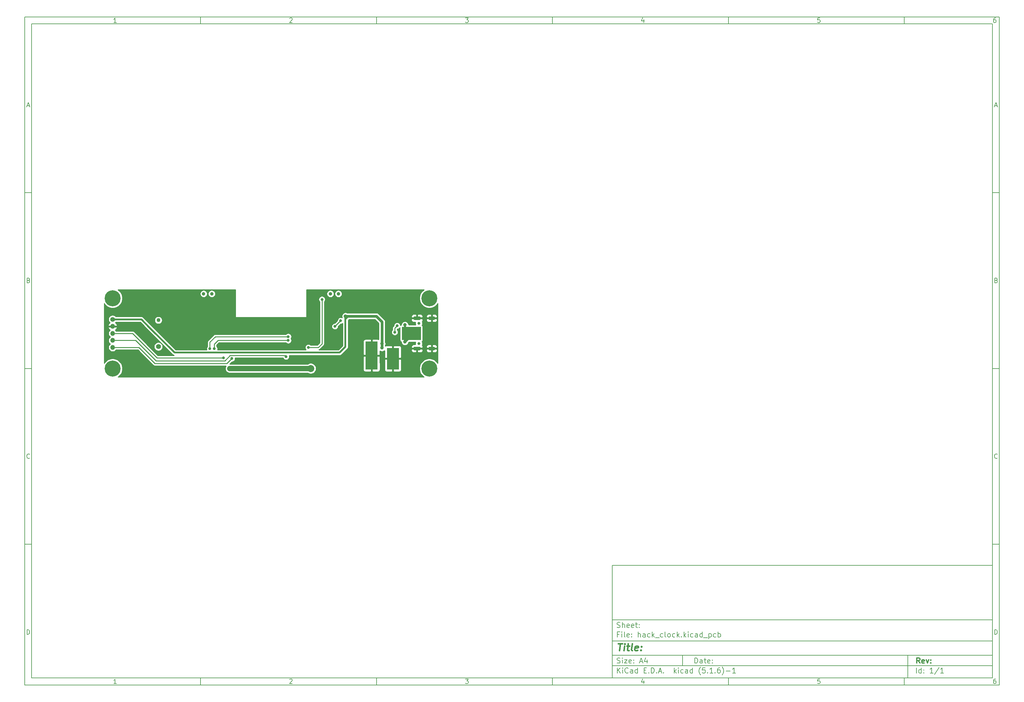
<source format=gbl>
G04 #@! TF.GenerationSoftware,KiCad,Pcbnew,(5.1.6)-1*
G04 #@! TF.CreationDate,2020-07-24T11:40:27+08:00*
G04 #@! TF.ProjectId,hack_clock,6861636b-5f63-46c6-9f63-6b2e6b696361,rev?*
G04 #@! TF.SameCoordinates,Original*
G04 #@! TF.FileFunction,Copper,L2,Bot*
G04 #@! TF.FilePolarity,Positive*
%FSLAX46Y46*%
G04 Gerber Fmt 4.6, Leading zero omitted, Abs format (unit mm)*
G04 Created by KiCad (PCBNEW (5.1.6)-1) date 2020-07-24 11:40:27*
%MOMM*%
%LPD*%
G01*
G04 APERTURE LIST*
%ADD10C,0.150000*%
%ADD11C,0.300000*%
%ADD12C,0.400000*%
G04 #@! TA.AperFunction,SMDPad,CuDef*
%ADD13R,5.400000X3.800000*%
G04 #@! TD*
G04 #@! TA.AperFunction,SMDPad,CuDef*
%ADD14R,3.500000X6.200000*%
G04 #@! TD*
G04 #@! TA.AperFunction,SMDPad,CuDef*
%ADD15R,3.500000X8.000000*%
G04 #@! TD*
G04 #@! TA.AperFunction,ComponentPad*
%ADD16C,0.800000*%
G04 #@! TD*
G04 #@! TA.AperFunction,ComponentPad*
%ADD17C,1.000000*%
G04 #@! TD*
G04 #@! TA.AperFunction,ComponentPad*
%ADD18C,0.600000*%
G04 #@! TD*
G04 #@! TA.AperFunction,ComponentPad*
%ADD19C,4.560000*%
G04 #@! TD*
G04 #@! TA.AperFunction,ComponentPad*
%ADD20C,1.400000*%
G04 #@! TD*
G04 #@! TA.AperFunction,ComponentPad*
%ADD21C,1.100000*%
G04 #@! TD*
G04 #@! TA.AperFunction,ComponentPad*
%ADD22C,1.350000*%
G04 #@! TD*
G04 #@! TA.AperFunction,ComponentPad*
%ADD23O,1.350000X1.350000*%
G04 #@! TD*
G04 #@! TA.AperFunction,ViaPad*
%ADD24C,1.500000*%
G04 #@! TD*
G04 #@! TA.AperFunction,ViaPad*
%ADD25C,0.800000*%
G04 #@! TD*
G04 #@! TA.AperFunction,ViaPad*
%ADD26C,2.000000*%
G04 #@! TD*
G04 #@! TA.AperFunction,ViaPad*
%ADD27C,1.000000*%
G04 #@! TD*
G04 #@! TA.AperFunction,Conductor*
%ADD28C,0.254000*%
G04 #@! TD*
G04 #@! TA.AperFunction,Conductor*
%ADD29C,0.500000*%
G04 #@! TD*
G04 #@! TA.AperFunction,Conductor*
%ADD30C,1.500000*%
G04 #@! TD*
G04 #@! TA.AperFunction,Conductor*
%ADD31C,0.600000*%
G04 #@! TD*
G04 #@! TA.AperFunction,Conductor*
%ADD32C,0.300000*%
G04 #@! TD*
G04 #@! TA.AperFunction,Conductor*
%ADD33C,0.800000*%
G04 #@! TD*
G04 #@! TA.AperFunction,Conductor*
%ADD34C,0.250000*%
G04 #@! TD*
G04 APERTURE END LIST*
D10*
X177002200Y-166007200D02*
X177002200Y-198007200D01*
X285002200Y-198007200D01*
X285002200Y-166007200D01*
X177002200Y-166007200D01*
X10000000Y-10000000D02*
X10000000Y-200007200D01*
X287002200Y-200007200D01*
X287002200Y-10000000D01*
X10000000Y-10000000D01*
X12000000Y-12000000D02*
X12000000Y-198007200D01*
X285002200Y-198007200D01*
X285002200Y-12000000D01*
X12000000Y-12000000D01*
X60000000Y-12000000D02*
X60000000Y-10000000D01*
X110000000Y-12000000D02*
X110000000Y-10000000D01*
X160000000Y-12000000D02*
X160000000Y-10000000D01*
X210000000Y-12000000D02*
X210000000Y-10000000D01*
X260000000Y-12000000D02*
X260000000Y-10000000D01*
X36065476Y-11588095D02*
X35322619Y-11588095D01*
X35694047Y-11588095D02*
X35694047Y-10288095D01*
X35570238Y-10473809D01*
X35446428Y-10597619D01*
X35322619Y-10659523D01*
X85322619Y-10411904D02*
X85384523Y-10350000D01*
X85508333Y-10288095D01*
X85817857Y-10288095D01*
X85941666Y-10350000D01*
X86003571Y-10411904D01*
X86065476Y-10535714D01*
X86065476Y-10659523D01*
X86003571Y-10845238D01*
X85260714Y-11588095D01*
X86065476Y-11588095D01*
X135260714Y-10288095D02*
X136065476Y-10288095D01*
X135632142Y-10783333D01*
X135817857Y-10783333D01*
X135941666Y-10845238D01*
X136003571Y-10907142D01*
X136065476Y-11030952D01*
X136065476Y-11340476D01*
X136003571Y-11464285D01*
X135941666Y-11526190D01*
X135817857Y-11588095D01*
X135446428Y-11588095D01*
X135322619Y-11526190D01*
X135260714Y-11464285D01*
X185941666Y-10721428D02*
X185941666Y-11588095D01*
X185632142Y-10226190D02*
X185322619Y-11154761D01*
X186127380Y-11154761D01*
X236003571Y-10288095D02*
X235384523Y-10288095D01*
X235322619Y-10907142D01*
X235384523Y-10845238D01*
X235508333Y-10783333D01*
X235817857Y-10783333D01*
X235941666Y-10845238D01*
X236003571Y-10907142D01*
X236065476Y-11030952D01*
X236065476Y-11340476D01*
X236003571Y-11464285D01*
X235941666Y-11526190D01*
X235817857Y-11588095D01*
X235508333Y-11588095D01*
X235384523Y-11526190D01*
X235322619Y-11464285D01*
X285941666Y-10288095D02*
X285694047Y-10288095D01*
X285570238Y-10350000D01*
X285508333Y-10411904D01*
X285384523Y-10597619D01*
X285322619Y-10845238D01*
X285322619Y-11340476D01*
X285384523Y-11464285D01*
X285446428Y-11526190D01*
X285570238Y-11588095D01*
X285817857Y-11588095D01*
X285941666Y-11526190D01*
X286003571Y-11464285D01*
X286065476Y-11340476D01*
X286065476Y-11030952D01*
X286003571Y-10907142D01*
X285941666Y-10845238D01*
X285817857Y-10783333D01*
X285570238Y-10783333D01*
X285446428Y-10845238D01*
X285384523Y-10907142D01*
X285322619Y-11030952D01*
X60000000Y-198007200D02*
X60000000Y-200007200D01*
X110000000Y-198007200D02*
X110000000Y-200007200D01*
X160000000Y-198007200D02*
X160000000Y-200007200D01*
X210000000Y-198007200D02*
X210000000Y-200007200D01*
X260000000Y-198007200D02*
X260000000Y-200007200D01*
X36065476Y-199595295D02*
X35322619Y-199595295D01*
X35694047Y-199595295D02*
X35694047Y-198295295D01*
X35570238Y-198481009D01*
X35446428Y-198604819D01*
X35322619Y-198666723D01*
X85322619Y-198419104D02*
X85384523Y-198357200D01*
X85508333Y-198295295D01*
X85817857Y-198295295D01*
X85941666Y-198357200D01*
X86003571Y-198419104D01*
X86065476Y-198542914D01*
X86065476Y-198666723D01*
X86003571Y-198852438D01*
X85260714Y-199595295D01*
X86065476Y-199595295D01*
X135260714Y-198295295D02*
X136065476Y-198295295D01*
X135632142Y-198790533D01*
X135817857Y-198790533D01*
X135941666Y-198852438D01*
X136003571Y-198914342D01*
X136065476Y-199038152D01*
X136065476Y-199347676D01*
X136003571Y-199471485D01*
X135941666Y-199533390D01*
X135817857Y-199595295D01*
X135446428Y-199595295D01*
X135322619Y-199533390D01*
X135260714Y-199471485D01*
X185941666Y-198728628D02*
X185941666Y-199595295D01*
X185632142Y-198233390D02*
X185322619Y-199161961D01*
X186127380Y-199161961D01*
X236003571Y-198295295D02*
X235384523Y-198295295D01*
X235322619Y-198914342D01*
X235384523Y-198852438D01*
X235508333Y-198790533D01*
X235817857Y-198790533D01*
X235941666Y-198852438D01*
X236003571Y-198914342D01*
X236065476Y-199038152D01*
X236065476Y-199347676D01*
X236003571Y-199471485D01*
X235941666Y-199533390D01*
X235817857Y-199595295D01*
X235508333Y-199595295D01*
X235384523Y-199533390D01*
X235322619Y-199471485D01*
X285941666Y-198295295D02*
X285694047Y-198295295D01*
X285570238Y-198357200D01*
X285508333Y-198419104D01*
X285384523Y-198604819D01*
X285322619Y-198852438D01*
X285322619Y-199347676D01*
X285384523Y-199471485D01*
X285446428Y-199533390D01*
X285570238Y-199595295D01*
X285817857Y-199595295D01*
X285941666Y-199533390D01*
X286003571Y-199471485D01*
X286065476Y-199347676D01*
X286065476Y-199038152D01*
X286003571Y-198914342D01*
X285941666Y-198852438D01*
X285817857Y-198790533D01*
X285570238Y-198790533D01*
X285446428Y-198852438D01*
X285384523Y-198914342D01*
X285322619Y-199038152D01*
X10000000Y-60000000D02*
X12000000Y-60000000D01*
X10000000Y-110000000D02*
X12000000Y-110000000D01*
X10000000Y-160000000D02*
X12000000Y-160000000D01*
X10690476Y-35216666D02*
X11309523Y-35216666D01*
X10566666Y-35588095D02*
X11000000Y-34288095D01*
X11433333Y-35588095D01*
X11092857Y-84907142D02*
X11278571Y-84969047D01*
X11340476Y-85030952D01*
X11402380Y-85154761D01*
X11402380Y-85340476D01*
X11340476Y-85464285D01*
X11278571Y-85526190D01*
X11154761Y-85588095D01*
X10659523Y-85588095D01*
X10659523Y-84288095D01*
X11092857Y-84288095D01*
X11216666Y-84350000D01*
X11278571Y-84411904D01*
X11340476Y-84535714D01*
X11340476Y-84659523D01*
X11278571Y-84783333D01*
X11216666Y-84845238D01*
X11092857Y-84907142D01*
X10659523Y-84907142D01*
X11402380Y-135464285D02*
X11340476Y-135526190D01*
X11154761Y-135588095D01*
X11030952Y-135588095D01*
X10845238Y-135526190D01*
X10721428Y-135402380D01*
X10659523Y-135278571D01*
X10597619Y-135030952D01*
X10597619Y-134845238D01*
X10659523Y-134597619D01*
X10721428Y-134473809D01*
X10845238Y-134350000D01*
X11030952Y-134288095D01*
X11154761Y-134288095D01*
X11340476Y-134350000D01*
X11402380Y-134411904D01*
X10659523Y-185588095D02*
X10659523Y-184288095D01*
X10969047Y-184288095D01*
X11154761Y-184350000D01*
X11278571Y-184473809D01*
X11340476Y-184597619D01*
X11402380Y-184845238D01*
X11402380Y-185030952D01*
X11340476Y-185278571D01*
X11278571Y-185402380D01*
X11154761Y-185526190D01*
X10969047Y-185588095D01*
X10659523Y-185588095D01*
X287002200Y-60000000D02*
X285002200Y-60000000D01*
X287002200Y-110000000D02*
X285002200Y-110000000D01*
X287002200Y-160000000D02*
X285002200Y-160000000D01*
X285692676Y-35216666D02*
X286311723Y-35216666D01*
X285568866Y-35588095D02*
X286002200Y-34288095D01*
X286435533Y-35588095D01*
X286095057Y-84907142D02*
X286280771Y-84969047D01*
X286342676Y-85030952D01*
X286404580Y-85154761D01*
X286404580Y-85340476D01*
X286342676Y-85464285D01*
X286280771Y-85526190D01*
X286156961Y-85588095D01*
X285661723Y-85588095D01*
X285661723Y-84288095D01*
X286095057Y-84288095D01*
X286218866Y-84350000D01*
X286280771Y-84411904D01*
X286342676Y-84535714D01*
X286342676Y-84659523D01*
X286280771Y-84783333D01*
X286218866Y-84845238D01*
X286095057Y-84907142D01*
X285661723Y-84907142D01*
X286404580Y-135464285D02*
X286342676Y-135526190D01*
X286156961Y-135588095D01*
X286033152Y-135588095D01*
X285847438Y-135526190D01*
X285723628Y-135402380D01*
X285661723Y-135278571D01*
X285599819Y-135030952D01*
X285599819Y-134845238D01*
X285661723Y-134597619D01*
X285723628Y-134473809D01*
X285847438Y-134350000D01*
X286033152Y-134288095D01*
X286156961Y-134288095D01*
X286342676Y-134350000D01*
X286404580Y-134411904D01*
X285661723Y-185588095D02*
X285661723Y-184288095D01*
X285971247Y-184288095D01*
X286156961Y-184350000D01*
X286280771Y-184473809D01*
X286342676Y-184597619D01*
X286404580Y-184845238D01*
X286404580Y-185030952D01*
X286342676Y-185278571D01*
X286280771Y-185402380D01*
X286156961Y-185526190D01*
X285971247Y-185588095D01*
X285661723Y-185588095D01*
X200434342Y-193785771D02*
X200434342Y-192285771D01*
X200791485Y-192285771D01*
X201005771Y-192357200D01*
X201148628Y-192500057D01*
X201220057Y-192642914D01*
X201291485Y-192928628D01*
X201291485Y-193142914D01*
X201220057Y-193428628D01*
X201148628Y-193571485D01*
X201005771Y-193714342D01*
X200791485Y-193785771D01*
X200434342Y-193785771D01*
X202577200Y-193785771D02*
X202577200Y-193000057D01*
X202505771Y-192857200D01*
X202362914Y-192785771D01*
X202077200Y-192785771D01*
X201934342Y-192857200D01*
X202577200Y-193714342D02*
X202434342Y-193785771D01*
X202077200Y-193785771D01*
X201934342Y-193714342D01*
X201862914Y-193571485D01*
X201862914Y-193428628D01*
X201934342Y-193285771D01*
X202077200Y-193214342D01*
X202434342Y-193214342D01*
X202577200Y-193142914D01*
X203077200Y-192785771D02*
X203648628Y-192785771D01*
X203291485Y-192285771D02*
X203291485Y-193571485D01*
X203362914Y-193714342D01*
X203505771Y-193785771D01*
X203648628Y-193785771D01*
X204720057Y-193714342D02*
X204577200Y-193785771D01*
X204291485Y-193785771D01*
X204148628Y-193714342D01*
X204077200Y-193571485D01*
X204077200Y-193000057D01*
X204148628Y-192857200D01*
X204291485Y-192785771D01*
X204577200Y-192785771D01*
X204720057Y-192857200D01*
X204791485Y-193000057D01*
X204791485Y-193142914D01*
X204077200Y-193285771D01*
X205434342Y-193642914D02*
X205505771Y-193714342D01*
X205434342Y-193785771D01*
X205362914Y-193714342D01*
X205434342Y-193642914D01*
X205434342Y-193785771D01*
X205434342Y-192857200D02*
X205505771Y-192928628D01*
X205434342Y-193000057D01*
X205362914Y-192928628D01*
X205434342Y-192857200D01*
X205434342Y-193000057D01*
X177002200Y-194507200D02*
X285002200Y-194507200D01*
X178434342Y-196585771D02*
X178434342Y-195085771D01*
X179291485Y-196585771D02*
X178648628Y-195728628D01*
X179291485Y-195085771D02*
X178434342Y-195942914D01*
X179934342Y-196585771D02*
X179934342Y-195585771D01*
X179934342Y-195085771D02*
X179862914Y-195157200D01*
X179934342Y-195228628D01*
X180005771Y-195157200D01*
X179934342Y-195085771D01*
X179934342Y-195228628D01*
X181505771Y-196442914D02*
X181434342Y-196514342D01*
X181220057Y-196585771D01*
X181077200Y-196585771D01*
X180862914Y-196514342D01*
X180720057Y-196371485D01*
X180648628Y-196228628D01*
X180577200Y-195942914D01*
X180577200Y-195728628D01*
X180648628Y-195442914D01*
X180720057Y-195300057D01*
X180862914Y-195157200D01*
X181077200Y-195085771D01*
X181220057Y-195085771D01*
X181434342Y-195157200D01*
X181505771Y-195228628D01*
X182791485Y-196585771D02*
X182791485Y-195800057D01*
X182720057Y-195657200D01*
X182577200Y-195585771D01*
X182291485Y-195585771D01*
X182148628Y-195657200D01*
X182791485Y-196514342D02*
X182648628Y-196585771D01*
X182291485Y-196585771D01*
X182148628Y-196514342D01*
X182077200Y-196371485D01*
X182077200Y-196228628D01*
X182148628Y-196085771D01*
X182291485Y-196014342D01*
X182648628Y-196014342D01*
X182791485Y-195942914D01*
X184148628Y-196585771D02*
X184148628Y-195085771D01*
X184148628Y-196514342D02*
X184005771Y-196585771D01*
X183720057Y-196585771D01*
X183577200Y-196514342D01*
X183505771Y-196442914D01*
X183434342Y-196300057D01*
X183434342Y-195871485D01*
X183505771Y-195728628D01*
X183577200Y-195657200D01*
X183720057Y-195585771D01*
X184005771Y-195585771D01*
X184148628Y-195657200D01*
X186005771Y-195800057D02*
X186505771Y-195800057D01*
X186720057Y-196585771D02*
X186005771Y-196585771D01*
X186005771Y-195085771D01*
X186720057Y-195085771D01*
X187362914Y-196442914D02*
X187434342Y-196514342D01*
X187362914Y-196585771D01*
X187291485Y-196514342D01*
X187362914Y-196442914D01*
X187362914Y-196585771D01*
X188077200Y-196585771D02*
X188077200Y-195085771D01*
X188434342Y-195085771D01*
X188648628Y-195157200D01*
X188791485Y-195300057D01*
X188862914Y-195442914D01*
X188934342Y-195728628D01*
X188934342Y-195942914D01*
X188862914Y-196228628D01*
X188791485Y-196371485D01*
X188648628Y-196514342D01*
X188434342Y-196585771D01*
X188077200Y-196585771D01*
X189577200Y-196442914D02*
X189648628Y-196514342D01*
X189577200Y-196585771D01*
X189505771Y-196514342D01*
X189577200Y-196442914D01*
X189577200Y-196585771D01*
X190220057Y-196157200D02*
X190934342Y-196157200D01*
X190077200Y-196585771D02*
X190577200Y-195085771D01*
X191077200Y-196585771D01*
X191577200Y-196442914D02*
X191648628Y-196514342D01*
X191577200Y-196585771D01*
X191505771Y-196514342D01*
X191577200Y-196442914D01*
X191577200Y-196585771D01*
X194577200Y-196585771D02*
X194577200Y-195085771D01*
X194720057Y-196014342D02*
X195148628Y-196585771D01*
X195148628Y-195585771D02*
X194577200Y-196157200D01*
X195791485Y-196585771D02*
X195791485Y-195585771D01*
X195791485Y-195085771D02*
X195720057Y-195157200D01*
X195791485Y-195228628D01*
X195862914Y-195157200D01*
X195791485Y-195085771D01*
X195791485Y-195228628D01*
X197148628Y-196514342D02*
X197005771Y-196585771D01*
X196720057Y-196585771D01*
X196577200Y-196514342D01*
X196505771Y-196442914D01*
X196434342Y-196300057D01*
X196434342Y-195871485D01*
X196505771Y-195728628D01*
X196577200Y-195657200D01*
X196720057Y-195585771D01*
X197005771Y-195585771D01*
X197148628Y-195657200D01*
X198434342Y-196585771D02*
X198434342Y-195800057D01*
X198362914Y-195657200D01*
X198220057Y-195585771D01*
X197934342Y-195585771D01*
X197791485Y-195657200D01*
X198434342Y-196514342D02*
X198291485Y-196585771D01*
X197934342Y-196585771D01*
X197791485Y-196514342D01*
X197720057Y-196371485D01*
X197720057Y-196228628D01*
X197791485Y-196085771D01*
X197934342Y-196014342D01*
X198291485Y-196014342D01*
X198434342Y-195942914D01*
X199791485Y-196585771D02*
X199791485Y-195085771D01*
X199791485Y-196514342D02*
X199648628Y-196585771D01*
X199362914Y-196585771D01*
X199220057Y-196514342D01*
X199148628Y-196442914D01*
X199077200Y-196300057D01*
X199077200Y-195871485D01*
X199148628Y-195728628D01*
X199220057Y-195657200D01*
X199362914Y-195585771D01*
X199648628Y-195585771D01*
X199791485Y-195657200D01*
X202077200Y-197157200D02*
X202005771Y-197085771D01*
X201862914Y-196871485D01*
X201791485Y-196728628D01*
X201720057Y-196514342D01*
X201648628Y-196157200D01*
X201648628Y-195871485D01*
X201720057Y-195514342D01*
X201791485Y-195300057D01*
X201862914Y-195157200D01*
X202005771Y-194942914D01*
X202077200Y-194871485D01*
X203362914Y-195085771D02*
X202648628Y-195085771D01*
X202577200Y-195800057D01*
X202648628Y-195728628D01*
X202791485Y-195657200D01*
X203148628Y-195657200D01*
X203291485Y-195728628D01*
X203362914Y-195800057D01*
X203434342Y-195942914D01*
X203434342Y-196300057D01*
X203362914Y-196442914D01*
X203291485Y-196514342D01*
X203148628Y-196585771D01*
X202791485Y-196585771D01*
X202648628Y-196514342D01*
X202577200Y-196442914D01*
X204077200Y-196442914D02*
X204148628Y-196514342D01*
X204077200Y-196585771D01*
X204005771Y-196514342D01*
X204077200Y-196442914D01*
X204077200Y-196585771D01*
X205577200Y-196585771D02*
X204720057Y-196585771D01*
X205148628Y-196585771D02*
X205148628Y-195085771D01*
X205005771Y-195300057D01*
X204862914Y-195442914D01*
X204720057Y-195514342D01*
X206220057Y-196442914D02*
X206291485Y-196514342D01*
X206220057Y-196585771D01*
X206148628Y-196514342D01*
X206220057Y-196442914D01*
X206220057Y-196585771D01*
X207577200Y-195085771D02*
X207291485Y-195085771D01*
X207148628Y-195157200D01*
X207077200Y-195228628D01*
X206934342Y-195442914D01*
X206862914Y-195728628D01*
X206862914Y-196300057D01*
X206934342Y-196442914D01*
X207005771Y-196514342D01*
X207148628Y-196585771D01*
X207434342Y-196585771D01*
X207577200Y-196514342D01*
X207648628Y-196442914D01*
X207720057Y-196300057D01*
X207720057Y-195942914D01*
X207648628Y-195800057D01*
X207577200Y-195728628D01*
X207434342Y-195657200D01*
X207148628Y-195657200D01*
X207005771Y-195728628D01*
X206934342Y-195800057D01*
X206862914Y-195942914D01*
X208220057Y-197157200D02*
X208291485Y-197085771D01*
X208434342Y-196871485D01*
X208505771Y-196728628D01*
X208577200Y-196514342D01*
X208648628Y-196157200D01*
X208648628Y-195871485D01*
X208577200Y-195514342D01*
X208505771Y-195300057D01*
X208434342Y-195157200D01*
X208291485Y-194942914D01*
X208220057Y-194871485D01*
X209362914Y-196014342D02*
X210505771Y-196014342D01*
X212005771Y-196585771D02*
X211148628Y-196585771D01*
X211577200Y-196585771D02*
X211577200Y-195085771D01*
X211434342Y-195300057D01*
X211291485Y-195442914D01*
X211148628Y-195514342D01*
X177002200Y-191507200D02*
X285002200Y-191507200D01*
D11*
X264411485Y-193785771D02*
X263911485Y-193071485D01*
X263554342Y-193785771D02*
X263554342Y-192285771D01*
X264125771Y-192285771D01*
X264268628Y-192357200D01*
X264340057Y-192428628D01*
X264411485Y-192571485D01*
X264411485Y-192785771D01*
X264340057Y-192928628D01*
X264268628Y-193000057D01*
X264125771Y-193071485D01*
X263554342Y-193071485D01*
X265625771Y-193714342D02*
X265482914Y-193785771D01*
X265197200Y-193785771D01*
X265054342Y-193714342D01*
X264982914Y-193571485D01*
X264982914Y-193000057D01*
X265054342Y-192857200D01*
X265197200Y-192785771D01*
X265482914Y-192785771D01*
X265625771Y-192857200D01*
X265697200Y-193000057D01*
X265697200Y-193142914D01*
X264982914Y-193285771D01*
X266197200Y-192785771D02*
X266554342Y-193785771D01*
X266911485Y-192785771D01*
X267482914Y-193642914D02*
X267554342Y-193714342D01*
X267482914Y-193785771D01*
X267411485Y-193714342D01*
X267482914Y-193642914D01*
X267482914Y-193785771D01*
X267482914Y-192857200D02*
X267554342Y-192928628D01*
X267482914Y-193000057D01*
X267411485Y-192928628D01*
X267482914Y-192857200D01*
X267482914Y-193000057D01*
D10*
X178362914Y-193714342D02*
X178577200Y-193785771D01*
X178934342Y-193785771D01*
X179077200Y-193714342D01*
X179148628Y-193642914D01*
X179220057Y-193500057D01*
X179220057Y-193357200D01*
X179148628Y-193214342D01*
X179077200Y-193142914D01*
X178934342Y-193071485D01*
X178648628Y-193000057D01*
X178505771Y-192928628D01*
X178434342Y-192857200D01*
X178362914Y-192714342D01*
X178362914Y-192571485D01*
X178434342Y-192428628D01*
X178505771Y-192357200D01*
X178648628Y-192285771D01*
X179005771Y-192285771D01*
X179220057Y-192357200D01*
X179862914Y-193785771D02*
X179862914Y-192785771D01*
X179862914Y-192285771D02*
X179791485Y-192357200D01*
X179862914Y-192428628D01*
X179934342Y-192357200D01*
X179862914Y-192285771D01*
X179862914Y-192428628D01*
X180434342Y-192785771D02*
X181220057Y-192785771D01*
X180434342Y-193785771D01*
X181220057Y-193785771D01*
X182362914Y-193714342D02*
X182220057Y-193785771D01*
X181934342Y-193785771D01*
X181791485Y-193714342D01*
X181720057Y-193571485D01*
X181720057Y-193000057D01*
X181791485Y-192857200D01*
X181934342Y-192785771D01*
X182220057Y-192785771D01*
X182362914Y-192857200D01*
X182434342Y-193000057D01*
X182434342Y-193142914D01*
X181720057Y-193285771D01*
X183077200Y-193642914D02*
X183148628Y-193714342D01*
X183077200Y-193785771D01*
X183005771Y-193714342D01*
X183077200Y-193642914D01*
X183077200Y-193785771D01*
X183077200Y-192857200D02*
X183148628Y-192928628D01*
X183077200Y-193000057D01*
X183005771Y-192928628D01*
X183077200Y-192857200D01*
X183077200Y-193000057D01*
X184862914Y-193357200D02*
X185577200Y-193357200D01*
X184720057Y-193785771D02*
X185220057Y-192285771D01*
X185720057Y-193785771D01*
X186862914Y-192785771D02*
X186862914Y-193785771D01*
X186505771Y-192214342D02*
X186148628Y-193285771D01*
X187077200Y-193285771D01*
X263434342Y-196585771D02*
X263434342Y-195085771D01*
X264791485Y-196585771D02*
X264791485Y-195085771D01*
X264791485Y-196514342D02*
X264648628Y-196585771D01*
X264362914Y-196585771D01*
X264220057Y-196514342D01*
X264148628Y-196442914D01*
X264077200Y-196300057D01*
X264077200Y-195871485D01*
X264148628Y-195728628D01*
X264220057Y-195657200D01*
X264362914Y-195585771D01*
X264648628Y-195585771D01*
X264791485Y-195657200D01*
X265505771Y-196442914D02*
X265577200Y-196514342D01*
X265505771Y-196585771D01*
X265434342Y-196514342D01*
X265505771Y-196442914D01*
X265505771Y-196585771D01*
X265505771Y-195657200D02*
X265577200Y-195728628D01*
X265505771Y-195800057D01*
X265434342Y-195728628D01*
X265505771Y-195657200D01*
X265505771Y-195800057D01*
X268148628Y-196585771D02*
X267291485Y-196585771D01*
X267720057Y-196585771D02*
X267720057Y-195085771D01*
X267577200Y-195300057D01*
X267434342Y-195442914D01*
X267291485Y-195514342D01*
X269862914Y-195014342D02*
X268577200Y-196942914D01*
X271148628Y-196585771D02*
X270291485Y-196585771D01*
X270720057Y-196585771D02*
X270720057Y-195085771D01*
X270577200Y-195300057D01*
X270434342Y-195442914D01*
X270291485Y-195514342D01*
X177002200Y-187507200D02*
X285002200Y-187507200D01*
D12*
X178714580Y-188211961D02*
X179857438Y-188211961D01*
X179036009Y-190211961D02*
X179286009Y-188211961D01*
X180274104Y-190211961D02*
X180440771Y-188878628D01*
X180524104Y-188211961D02*
X180416961Y-188307200D01*
X180500295Y-188402438D01*
X180607438Y-188307200D01*
X180524104Y-188211961D01*
X180500295Y-188402438D01*
X181107438Y-188878628D02*
X181869342Y-188878628D01*
X181476485Y-188211961D02*
X181262200Y-189926247D01*
X181333628Y-190116723D01*
X181512200Y-190211961D01*
X181702676Y-190211961D01*
X182655057Y-190211961D02*
X182476485Y-190116723D01*
X182405057Y-189926247D01*
X182619342Y-188211961D01*
X184190771Y-190116723D02*
X183988390Y-190211961D01*
X183607438Y-190211961D01*
X183428866Y-190116723D01*
X183357438Y-189926247D01*
X183452676Y-189164342D01*
X183571723Y-188973866D01*
X183774104Y-188878628D01*
X184155057Y-188878628D01*
X184333628Y-188973866D01*
X184405057Y-189164342D01*
X184381247Y-189354819D01*
X183405057Y-189545295D01*
X185155057Y-190021485D02*
X185238390Y-190116723D01*
X185131247Y-190211961D01*
X185047914Y-190116723D01*
X185155057Y-190021485D01*
X185131247Y-190211961D01*
X185286009Y-188973866D02*
X185369342Y-189069104D01*
X185262200Y-189164342D01*
X185178866Y-189069104D01*
X185286009Y-188973866D01*
X185262200Y-189164342D01*
D10*
X178934342Y-185600057D02*
X178434342Y-185600057D01*
X178434342Y-186385771D02*
X178434342Y-184885771D01*
X179148628Y-184885771D01*
X179720057Y-186385771D02*
X179720057Y-185385771D01*
X179720057Y-184885771D02*
X179648628Y-184957200D01*
X179720057Y-185028628D01*
X179791485Y-184957200D01*
X179720057Y-184885771D01*
X179720057Y-185028628D01*
X180648628Y-186385771D02*
X180505771Y-186314342D01*
X180434342Y-186171485D01*
X180434342Y-184885771D01*
X181791485Y-186314342D02*
X181648628Y-186385771D01*
X181362914Y-186385771D01*
X181220057Y-186314342D01*
X181148628Y-186171485D01*
X181148628Y-185600057D01*
X181220057Y-185457200D01*
X181362914Y-185385771D01*
X181648628Y-185385771D01*
X181791485Y-185457200D01*
X181862914Y-185600057D01*
X181862914Y-185742914D01*
X181148628Y-185885771D01*
X182505771Y-186242914D02*
X182577200Y-186314342D01*
X182505771Y-186385771D01*
X182434342Y-186314342D01*
X182505771Y-186242914D01*
X182505771Y-186385771D01*
X182505771Y-185457200D02*
X182577200Y-185528628D01*
X182505771Y-185600057D01*
X182434342Y-185528628D01*
X182505771Y-185457200D01*
X182505771Y-185600057D01*
X184362914Y-186385771D02*
X184362914Y-184885771D01*
X185005771Y-186385771D02*
X185005771Y-185600057D01*
X184934342Y-185457200D01*
X184791485Y-185385771D01*
X184577200Y-185385771D01*
X184434342Y-185457200D01*
X184362914Y-185528628D01*
X186362914Y-186385771D02*
X186362914Y-185600057D01*
X186291485Y-185457200D01*
X186148628Y-185385771D01*
X185862914Y-185385771D01*
X185720057Y-185457200D01*
X186362914Y-186314342D02*
X186220057Y-186385771D01*
X185862914Y-186385771D01*
X185720057Y-186314342D01*
X185648628Y-186171485D01*
X185648628Y-186028628D01*
X185720057Y-185885771D01*
X185862914Y-185814342D01*
X186220057Y-185814342D01*
X186362914Y-185742914D01*
X187720057Y-186314342D02*
X187577200Y-186385771D01*
X187291485Y-186385771D01*
X187148628Y-186314342D01*
X187077200Y-186242914D01*
X187005771Y-186100057D01*
X187005771Y-185671485D01*
X187077200Y-185528628D01*
X187148628Y-185457200D01*
X187291485Y-185385771D01*
X187577200Y-185385771D01*
X187720057Y-185457200D01*
X188362914Y-186385771D02*
X188362914Y-184885771D01*
X188505771Y-185814342D02*
X188934342Y-186385771D01*
X188934342Y-185385771D02*
X188362914Y-185957200D01*
X189220057Y-186528628D02*
X190362914Y-186528628D01*
X191362914Y-186314342D02*
X191220057Y-186385771D01*
X190934342Y-186385771D01*
X190791485Y-186314342D01*
X190720057Y-186242914D01*
X190648628Y-186100057D01*
X190648628Y-185671485D01*
X190720057Y-185528628D01*
X190791485Y-185457200D01*
X190934342Y-185385771D01*
X191220057Y-185385771D01*
X191362914Y-185457200D01*
X192220057Y-186385771D02*
X192077200Y-186314342D01*
X192005771Y-186171485D01*
X192005771Y-184885771D01*
X193005771Y-186385771D02*
X192862914Y-186314342D01*
X192791485Y-186242914D01*
X192720057Y-186100057D01*
X192720057Y-185671485D01*
X192791485Y-185528628D01*
X192862914Y-185457200D01*
X193005771Y-185385771D01*
X193220057Y-185385771D01*
X193362914Y-185457200D01*
X193434342Y-185528628D01*
X193505771Y-185671485D01*
X193505771Y-186100057D01*
X193434342Y-186242914D01*
X193362914Y-186314342D01*
X193220057Y-186385771D01*
X193005771Y-186385771D01*
X194791485Y-186314342D02*
X194648628Y-186385771D01*
X194362914Y-186385771D01*
X194220057Y-186314342D01*
X194148628Y-186242914D01*
X194077200Y-186100057D01*
X194077200Y-185671485D01*
X194148628Y-185528628D01*
X194220057Y-185457200D01*
X194362914Y-185385771D01*
X194648628Y-185385771D01*
X194791485Y-185457200D01*
X195434342Y-186385771D02*
X195434342Y-184885771D01*
X195577200Y-185814342D02*
X196005771Y-186385771D01*
X196005771Y-185385771D02*
X195434342Y-185957200D01*
X196648628Y-186242914D02*
X196720057Y-186314342D01*
X196648628Y-186385771D01*
X196577200Y-186314342D01*
X196648628Y-186242914D01*
X196648628Y-186385771D01*
X197362914Y-186385771D02*
X197362914Y-184885771D01*
X197505771Y-185814342D02*
X197934342Y-186385771D01*
X197934342Y-185385771D02*
X197362914Y-185957200D01*
X198577200Y-186385771D02*
X198577200Y-185385771D01*
X198577200Y-184885771D02*
X198505771Y-184957200D01*
X198577200Y-185028628D01*
X198648628Y-184957200D01*
X198577200Y-184885771D01*
X198577200Y-185028628D01*
X199934342Y-186314342D02*
X199791485Y-186385771D01*
X199505771Y-186385771D01*
X199362914Y-186314342D01*
X199291485Y-186242914D01*
X199220057Y-186100057D01*
X199220057Y-185671485D01*
X199291485Y-185528628D01*
X199362914Y-185457200D01*
X199505771Y-185385771D01*
X199791485Y-185385771D01*
X199934342Y-185457200D01*
X201220057Y-186385771D02*
X201220057Y-185600057D01*
X201148628Y-185457200D01*
X201005771Y-185385771D01*
X200720057Y-185385771D01*
X200577200Y-185457200D01*
X201220057Y-186314342D02*
X201077200Y-186385771D01*
X200720057Y-186385771D01*
X200577200Y-186314342D01*
X200505771Y-186171485D01*
X200505771Y-186028628D01*
X200577200Y-185885771D01*
X200720057Y-185814342D01*
X201077200Y-185814342D01*
X201220057Y-185742914D01*
X202577200Y-186385771D02*
X202577200Y-184885771D01*
X202577200Y-186314342D02*
X202434342Y-186385771D01*
X202148628Y-186385771D01*
X202005771Y-186314342D01*
X201934342Y-186242914D01*
X201862914Y-186100057D01*
X201862914Y-185671485D01*
X201934342Y-185528628D01*
X202005771Y-185457200D01*
X202148628Y-185385771D01*
X202434342Y-185385771D01*
X202577200Y-185457200D01*
X202934342Y-186528628D02*
X204077200Y-186528628D01*
X204434342Y-185385771D02*
X204434342Y-186885771D01*
X204434342Y-185457200D02*
X204577200Y-185385771D01*
X204862914Y-185385771D01*
X205005771Y-185457200D01*
X205077200Y-185528628D01*
X205148628Y-185671485D01*
X205148628Y-186100057D01*
X205077200Y-186242914D01*
X205005771Y-186314342D01*
X204862914Y-186385771D01*
X204577200Y-186385771D01*
X204434342Y-186314342D01*
X206434342Y-186314342D02*
X206291485Y-186385771D01*
X206005771Y-186385771D01*
X205862914Y-186314342D01*
X205791485Y-186242914D01*
X205720057Y-186100057D01*
X205720057Y-185671485D01*
X205791485Y-185528628D01*
X205862914Y-185457200D01*
X206005771Y-185385771D01*
X206291485Y-185385771D01*
X206434342Y-185457200D01*
X207077200Y-186385771D02*
X207077200Y-184885771D01*
X207077200Y-185457200D02*
X207220057Y-185385771D01*
X207505771Y-185385771D01*
X207648628Y-185457200D01*
X207720057Y-185528628D01*
X207791485Y-185671485D01*
X207791485Y-186100057D01*
X207720057Y-186242914D01*
X207648628Y-186314342D01*
X207505771Y-186385771D01*
X207220057Y-186385771D01*
X207077200Y-186314342D01*
X177002200Y-181507200D02*
X285002200Y-181507200D01*
X178362914Y-183614342D02*
X178577200Y-183685771D01*
X178934342Y-183685771D01*
X179077200Y-183614342D01*
X179148628Y-183542914D01*
X179220057Y-183400057D01*
X179220057Y-183257200D01*
X179148628Y-183114342D01*
X179077200Y-183042914D01*
X178934342Y-182971485D01*
X178648628Y-182900057D01*
X178505771Y-182828628D01*
X178434342Y-182757200D01*
X178362914Y-182614342D01*
X178362914Y-182471485D01*
X178434342Y-182328628D01*
X178505771Y-182257200D01*
X178648628Y-182185771D01*
X179005771Y-182185771D01*
X179220057Y-182257200D01*
X179862914Y-183685771D02*
X179862914Y-182185771D01*
X180505771Y-183685771D02*
X180505771Y-182900057D01*
X180434342Y-182757200D01*
X180291485Y-182685771D01*
X180077200Y-182685771D01*
X179934342Y-182757200D01*
X179862914Y-182828628D01*
X181791485Y-183614342D02*
X181648628Y-183685771D01*
X181362914Y-183685771D01*
X181220057Y-183614342D01*
X181148628Y-183471485D01*
X181148628Y-182900057D01*
X181220057Y-182757200D01*
X181362914Y-182685771D01*
X181648628Y-182685771D01*
X181791485Y-182757200D01*
X181862914Y-182900057D01*
X181862914Y-183042914D01*
X181148628Y-183185771D01*
X183077200Y-183614342D02*
X182934342Y-183685771D01*
X182648628Y-183685771D01*
X182505771Y-183614342D01*
X182434342Y-183471485D01*
X182434342Y-182900057D01*
X182505771Y-182757200D01*
X182648628Y-182685771D01*
X182934342Y-182685771D01*
X183077200Y-182757200D01*
X183148628Y-182900057D01*
X183148628Y-183042914D01*
X182434342Y-183185771D01*
X183577200Y-182685771D02*
X184148628Y-182685771D01*
X183791485Y-182185771D02*
X183791485Y-183471485D01*
X183862914Y-183614342D01*
X184005771Y-183685771D01*
X184148628Y-183685771D01*
X184648628Y-183542914D02*
X184720057Y-183614342D01*
X184648628Y-183685771D01*
X184577200Y-183614342D01*
X184648628Y-183542914D01*
X184648628Y-183685771D01*
X184648628Y-182757200D02*
X184720057Y-182828628D01*
X184648628Y-182900057D01*
X184577200Y-182828628D01*
X184648628Y-182757200D01*
X184648628Y-182900057D01*
X197002200Y-191507200D02*
X197002200Y-194507200D01*
X261002200Y-191507200D02*
X261002200Y-198007200D01*
D13*
X119900000Y-100000000D03*
D14*
X114650000Y-107200000D03*
D15*
X108600000Y-106300000D03*
G04 #@! TA.AperFunction,ComponentPad*
G36*
G01*
X126345000Y-104820000D02*
X125045000Y-104820000D01*
G75*
G02*
X124795000Y-104570000I0J250000D01*
G01*
X124795000Y-104070000D01*
G75*
G02*
X125045000Y-103820000I250000J0D01*
G01*
X126345000Y-103820000D01*
G75*
G02*
X126595000Y-104070000I0J-250000D01*
G01*
X126595000Y-104570000D01*
G75*
G02*
X126345000Y-104820000I-250000J0D01*
G01*
G37*
G04 #@! TD.AperFunction*
G04 #@! TA.AperFunction,ComponentPad*
G36*
G01*
X122265000Y-96180000D02*
X120765000Y-96180000D01*
G75*
G02*
X120515000Y-95930000I0J250000D01*
G01*
X120515000Y-95430000D01*
G75*
G02*
X120765000Y-95180000I250000J0D01*
G01*
X122265000Y-95180000D01*
G75*
G02*
X122515000Y-95430000I0J-250000D01*
G01*
X122515000Y-95930000D01*
G75*
G02*
X122265000Y-96180000I-250000J0D01*
G01*
G37*
G04 #@! TD.AperFunction*
G04 #@! TA.AperFunction,ComponentPad*
G36*
G01*
X126345000Y-96180000D02*
X125045000Y-96180000D01*
G75*
G02*
X124795000Y-95930000I0J250000D01*
G01*
X124795000Y-95430000D01*
G75*
G02*
X125045000Y-95180000I250000J0D01*
G01*
X126345000Y-95180000D01*
G75*
G02*
X126595000Y-95430000I0J-250000D01*
G01*
X126595000Y-95930000D01*
G75*
G02*
X126345000Y-96180000I-250000J0D01*
G01*
G37*
G04 #@! TD.AperFunction*
G04 #@! TA.AperFunction,ComponentPad*
G36*
G01*
X122265000Y-104820000D02*
X120765000Y-104820000D01*
G75*
G02*
X120515000Y-104570000I0J250000D01*
G01*
X120515000Y-104070000D01*
G75*
G02*
X120765000Y-103820000I250000J0D01*
G01*
X122265000Y-103820000D01*
G75*
G02*
X122515000Y-104070000I0J-250000D01*
G01*
X122515000Y-104570000D01*
G75*
G02*
X122265000Y-104820000I-250000J0D01*
G01*
G37*
G04 #@! TD.AperFunction*
D16*
X122045000Y-102890000D03*
X122045000Y-97110000D03*
D17*
X60862690Y-88731800D03*
X63162710Y-88731800D03*
D18*
X126260000Y-108740000D03*
X126780000Y-110000000D03*
D19*
X125000000Y-110000000D03*
D18*
X126260000Y-111260000D03*
X125000000Y-111780000D03*
X123220000Y-110000000D03*
X123740000Y-111260000D03*
X125000000Y-108220000D03*
X123740000Y-108740000D03*
X123740000Y-88740000D03*
X125000000Y-88220000D03*
X123740000Y-91260000D03*
X123220000Y-90000000D03*
X125000000Y-91780000D03*
X126260000Y-91260000D03*
D19*
X125000000Y-90000000D03*
D18*
X126780000Y-90000000D03*
X126260000Y-88740000D03*
X33740000Y-108740000D03*
X35000000Y-108220000D03*
X33740000Y-111260000D03*
X33220000Y-110000000D03*
X35000000Y-111780000D03*
X36260000Y-111260000D03*
D19*
X35000000Y-110000000D03*
D18*
X36780000Y-110000000D03*
X36260000Y-108740000D03*
X36260000Y-88740000D03*
X36780000Y-90000000D03*
D19*
X35000000Y-90000000D03*
D18*
X36260000Y-91260000D03*
X35000000Y-91780000D03*
X33220000Y-90000000D03*
X33740000Y-91260000D03*
X35000000Y-88220000D03*
X33740000Y-88740000D03*
D20*
X48000000Y-103750000D03*
D21*
X48000000Y-96250000D03*
D22*
X35000000Y-96000000D03*
D23*
X35000000Y-98000000D03*
X35000000Y-100000000D03*
X35000000Y-102000000D03*
X35000000Y-104000000D03*
D17*
X99162710Y-88731800D03*
X96862690Y-88731800D03*
D24*
X57260000Y-95170000D03*
D25*
X66550000Y-96990000D03*
D24*
X57260000Y-93210000D03*
X55230000Y-93210000D03*
X91670000Y-93310000D03*
X96780000Y-94140000D03*
X80000000Y-103530000D03*
X80000000Y-98230000D03*
D26*
X41800000Y-109820000D03*
D24*
X67200000Y-93020000D03*
D27*
X112760000Y-95280000D03*
D24*
X101990000Y-111230000D03*
D27*
X97560000Y-107180000D03*
D25*
X79970000Y-111870000D03*
X80000000Y-107850000D03*
D24*
X99280000Y-101640000D03*
X119910000Y-110320000D03*
D26*
X91300000Y-109990000D03*
D24*
X68280000Y-110000000D03*
X70050000Y-110000000D03*
D27*
X101165000Y-95095000D03*
X111560000Y-102940000D03*
X111560000Y-104110000D03*
D25*
X98180000Y-98010000D03*
X99810000Y-96365000D03*
X115850000Y-97810000D03*
X115190000Y-99660000D03*
X66480000Y-106920000D03*
X84300000Y-106610000D03*
X68860000Y-107170000D03*
X62630000Y-104360000D03*
X84910000Y-100920000D03*
X84910000Y-102000000D03*
X63900000Y-104360000D03*
X90640000Y-104000000D03*
X94490000Y-90330000D03*
D27*
X118080000Y-97600000D03*
X118070000Y-102400000D03*
D28*
X66550000Y-96990000D02*
X64730000Y-95170000D01*
X57260000Y-95170000D02*
X64730000Y-95170000D01*
X57260000Y-95170000D02*
X57260000Y-93210000D01*
X79980000Y-103510000D02*
X79980000Y-103470000D01*
X80000000Y-103530000D02*
X79980000Y-103510000D01*
X80780000Y-96650000D02*
X80000000Y-97430000D01*
X80000000Y-97430000D02*
X80000000Y-98230000D01*
D29*
X101990000Y-111230000D02*
X101990000Y-108840000D01*
X100330000Y-107180000D02*
X101990000Y-108840000D01*
X97560000Y-107180000D02*
X100330000Y-107180000D01*
X101990000Y-111230000D02*
X102680000Y-111920000D01*
D28*
X102680000Y-111920000D02*
X101990000Y-111230000D01*
D30*
X68280000Y-110000000D02*
X84230000Y-110000000D01*
X84230000Y-110000000D02*
X91290000Y-110000000D01*
X91290000Y-110000000D02*
X91300000Y-109990000D01*
D31*
X68280000Y-110000000D02*
X68280000Y-109990000D01*
D30*
X68280000Y-110000000D02*
X70050000Y-110000000D01*
D29*
X45540000Y-98370000D02*
X43170000Y-96000000D01*
X91200000Y-105460000D02*
X97190000Y-105460000D01*
X65610000Y-105460000D02*
X52630000Y-105460000D01*
X52630000Y-105460000D02*
X45540000Y-98370000D01*
X91200000Y-105460000D02*
X65610000Y-105460000D01*
X43170000Y-96000000D02*
X35000000Y-96000000D01*
D32*
X107090000Y-95095000D02*
X107760000Y-95095000D01*
X102045000Y-95095000D02*
X107090000Y-95095000D01*
D29*
X107760000Y-95095000D02*
X109455000Y-95095000D01*
D32*
X101165000Y-95095000D02*
X102045000Y-95095000D01*
D29*
X109455000Y-95095000D02*
X101165000Y-95095000D01*
X109925000Y-95095000D02*
X109455000Y-95095000D01*
X111560000Y-96730000D02*
X109925000Y-95095000D01*
X111560000Y-102940000D02*
X111560000Y-96730000D01*
X111560000Y-96730000D02*
X109925000Y-95095000D01*
X101165000Y-95095000D02*
X101165000Y-96630000D01*
X101165000Y-96630000D02*
X101165000Y-96650000D01*
X101165000Y-96650000D02*
X101165000Y-103245000D01*
X101165000Y-103655000D02*
X101165000Y-103245000D01*
X97190000Y-105460000D02*
X98020000Y-105460000D01*
X98020000Y-105460000D02*
X99530000Y-105460000D01*
X101165000Y-103825000D02*
X101165000Y-103655000D01*
X99530000Y-105460000D02*
X101165000Y-103825000D01*
X101165000Y-96650000D02*
X101165000Y-95545000D01*
X101165000Y-95545000D02*
X101615000Y-95095000D01*
X101615000Y-95095000D02*
X102045000Y-95095000D01*
X101165000Y-96630000D02*
X101165000Y-95975000D01*
X101165000Y-95975000D02*
X102045000Y-95095000D01*
X111560000Y-102940000D02*
X111560000Y-104110000D01*
D33*
X111560000Y-104110000D02*
X111560000Y-96730000D01*
X111560000Y-96730000D02*
X109925000Y-95095000D01*
X109925000Y-95095000D02*
X101165000Y-95095000D01*
D28*
X98180000Y-98010000D02*
X98175000Y-98000000D01*
X98175000Y-98000000D02*
X99810000Y-96365000D01*
D34*
X115190000Y-99660000D02*
X115190000Y-98470000D01*
X115190000Y-98470000D02*
X115850000Y-97810000D01*
D28*
X40660000Y-100000000D02*
X35000000Y-100000000D01*
X66480000Y-106920000D02*
X47580000Y-106920000D01*
X47580000Y-106920000D02*
X40660000Y-100000000D01*
X35000000Y-102000000D02*
X41530000Y-102000000D01*
X69170000Y-106290000D02*
X83340000Y-106290000D01*
X84300000Y-106610000D02*
X83980000Y-106290000D01*
X83980000Y-106290000D02*
X83340000Y-106290000D01*
X68810000Y-106290000D02*
X69170000Y-106290000D01*
X68810000Y-106290000D02*
X68400000Y-106290000D01*
X68400000Y-106290000D02*
X66880000Y-107810000D01*
X66880000Y-107810000D02*
X47340000Y-107810000D01*
X47340000Y-107810000D02*
X41530000Y-102000000D01*
X42450000Y-104000000D02*
X35000000Y-104000000D01*
X68860000Y-107170000D02*
X67440000Y-108590000D01*
X47040000Y-108590000D02*
X42450000Y-104000000D01*
X67440000Y-108590000D02*
X47040000Y-108590000D01*
X62630000Y-102490000D02*
X62630000Y-104360000D01*
X64200000Y-100920000D02*
X62630000Y-102490000D01*
X84910000Y-100920000D02*
X64200000Y-100920000D01*
X65270000Y-102000000D02*
X65880000Y-102000000D01*
X65880000Y-102000000D02*
X84910000Y-102000000D01*
X64960000Y-102000000D02*
X65270000Y-102000000D01*
X63900000Y-103060000D02*
X64960000Y-102000000D01*
X63900000Y-104360000D02*
X63900000Y-103060000D01*
X94490000Y-91690000D02*
X94490000Y-102960000D01*
X94490000Y-102960000D02*
X93450000Y-104000000D01*
X93450000Y-104000000D02*
X90640000Y-104000000D01*
X94490000Y-90330000D02*
X94490000Y-91690000D01*
D31*
X118080000Y-97600000D02*
X118080000Y-99070000D01*
X118070000Y-102400000D02*
X119900000Y-100570000D01*
X119900000Y-100570000D02*
X119900000Y-100000000D01*
X118070000Y-102400000D02*
X118070000Y-101830000D01*
X118070000Y-101830000D02*
X119900000Y-100000000D01*
D28*
G36*
X69873000Y-95290000D02*
G01*
X69875440Y-95314776D01*
X69882667Y-95338601D01*
X69894403Y-95360557D01*
X69910197Y-95379803D01*
X69929443Y-95395597D01*
X69951399Y-95407333D01*
X69975224Y-95414560D01*
X70000000Y-95417000D01*
X90000000Y-95417000D01*
X90024776Y-95414560D01*
X90048601Y-95407333D01*
X90070557Y-95395597D01*
X90089803Y-95379803D01*
X90105597Y-95360557D01*
X90117333Y-95338601D01*
X90124560Y-95314776D01*
X90127000Y-95290000D01*
X90127000Y-88628679D01*
X95815690Y-88628679D01*
X95815690Y-88834921D01*
X95855926Y-89037199D01*
X95934851Y-89227740D01*
X96049432Y-89399224D01*
X96195266Y-89545058D01*
X96366750Y-89659639D01*
X96557291Y-89738564D01*
X96759569Y-89778800D01*
X96965811Y-89778800D01*
X97168089Y-89738564D01*
X97358630Y-89659639D01*
X97530114Y-89545058D01*
X97675948Y-89399224D01*
X97790529Y-89227740D01*
X97869454Y-89037199D01*
X97909690Y-88834921D01*
X97909690Y-88628679D01*
X98115710Y-88628679D01*
X98115710Y-88834921D01*
X98155946Y-89037199D01*
X98234871Y-89227740D01*
X98349452Y-89399224D01*
X98495286Y-89545058D01*
X98666770Y-89659639D01*
X98857311Y-89738564D01*
X99059589Y-89778800D01*
X99265831Y-89778800D01*
X99468109Y-89738564D01*
X99658650Y-89659639D01*
X99830134Y-89545058D01*
X99975968Y-89399224D01*
X100090549Y-89227740D01*
X100169474Y-89037199D01*
X100209710Y-88834921D01*
X100209710Y-88628679D01*
X100169474Y-88426401D01*
X100090549Y-88235860D01*
X99975968Y-88064376D01*
X99830134Y-87918542D01*
X99658650Y-87803961D01*
X99468109Y-87725036D01*
X99265831Y-87684800D01*
X99059589Y-87684800D01*
X98857311Y-87725036D01*
X98666770Y-87803961D01*
X98495286Y-87918542D01*
X98349452Y-88064376D01*
X98234871Y-88235860D01*
X98155946Y-88426401D01*
X98115710Y-88628679D01*
X97909690Y-88628679D01*
X97869454Y-88426401D01*
X97790529Y-88235860D01*
X97675948Y-88064376D01*
X97530114Y-87918542D01*
X97358630Y-87803961D01*
X97168089Y-87725036D01*
X96965811Y-87684800D01*
X96759569Y-87684800D01*
X96557291Y-87725036D01*
X96366750Y-87803961D01*
X96195266Y-87918542D01*
X96049432Y-88064376D01*
X95934851Y-88235860D01*
X95855926Y-88426401D01*
X95815690Y-88628679D01*
X90127000Y-88628679D01*
X90127000Y-87597000D01*
X123507877Y-87597000D01*
X123197892Y-87804125D01*
X122804125Y-88197892D01*
X122494745Y-88660913D01*
X122281640Y-89175394D01*
X122173000Y-89721565D01*
X122173000Y-90278435D01*
X122281640Y-90824606D01*
X122494745Y-91339087D01*
X122804125Y-91802108D01*
X123197892Y-92195875D01*
X123660913Y-92505255D01*
X124175394Y-92718360D01*
X124721565Y-92827000D01*
X125278435Y-92827000D01*
X125824606Y-92718360D01*
X126339087Y-92505255D01*
X126802108Y-92195875D01*
X127195875Y-91802108D01*
X127403000Y-91492123D01*
X127403001Y-108507879D01*
X127195875Y-108197892D01*
X126802108Y-107804125D01*
X126339087Y-107494745D01*
X125824606Y-107281640D01*
X125278435Y-107173000D01*
X124721565Y-107173000D01*
X124175394Y-107281640D01*
X123660913Y-107494745D01*
X123197892Y-107804125D01*
X122804125Y-108197892D01*
X122494745Y-108660913D01*
X122281640Y-109175394D01*
X122173000Y-109721565D01*
X122173000Y-110278435D01*
X122281640Y-110824606D01*
X122494745Y-111339087D01*
X122804125Y-111802108D01*
X123197892Y-112195875D01*
X123507877Y-112403000D01*
X36492123Y-112403000D01*
X36802108Y-112195875D01*
X37195875Y-111802108D01*
X37505255Y-111339087D01*
X37718360Y-110824606D01*
X37827000Y-110278435D01*
X37827000Y-109721565D01*
X37718360Y-109175394D01*
X37505255Y-108660913D01*
X37195875Y-108197892D01*
X36802108Y-107804125D01*
X36339087Y-107494745D01*
X35824606Y-107281640D01*
X35278435Y-107173000D01*
X34721565Y-107173000D01*
X34175394Y-107281640D01*
X33660913Y-107494745D01*
X33197892Y-107804125D01*
X32804125Y-108197892D01*
X32597000Y-108507877D01*
X32597000Y-97670600D01*
X33732090Y-97670600D01*
X33855776Y-97873000D01*
X34873000Y-97873000D01*
X34873000Y-97853000D01*
X35127000Y-97853000D01*
X35127000Y-97873000D01*
X36144224Y-97873000D01*
X36267910Y-97670600D01*
X36237238Y-97569472D01*
X36129473Y-97336371D01*
X35978303Y-97128773D01*
X35789537Y-96954656D01*
X35779593Y-96948577D01*
X35931170Y-96797000D01*
X42839872Y-96797000D01*
X52038749Y-105995877D01*
X52063709Y-106026291D01*
X52130105Y-106080780D01*
X52185067Y-106125887D01*
X52242945Y-106156823D01*
X52323526Y-106199894D01*
X52473761Y-106245468D01*
X52479163Y-106246000D01*
X47859180Y-106246000D01*
X45240361Y-103627181D01*
X46753000Y-103627181D01*
X46753000Y-103872819D01*
X46800921Y-104113737D01*
X46894923Y-104340676D01*
X47031392Y-104544916D01*
X47205084Y-104718608D01*
X47409324Y-104855077D01*
X47636263Y-104949079D01*
X47877181Y-104997000D01*
X48122819Y-104997000D01*
X48363737Y-104949079D01*
X48590676Y-104855077D01*
X48794916Y-104718608D01*
X48968608Y-104544916D01*
X49105077Y-104340676D01*
X49199079Y-104113737D01*
X49247000Y-103872819D01*
X49247000Y-103627181D01*
X49199079Y-103386263D01*
X49105077Y-103159324D01*
X48968608Y-102955084D01*
X48794916Y-102781392D01*
X48590676Y-102644923D01*
X48363737Y-102550921D01*
X48122819Y-102503000D01*
X47877181Y-102503000D01*
X47636263Y-102550921D01*
X47409324Y-102644923D01*
X47205084Y-102781392D01*
X47031392Y-102955084D01*
X46894923Y-103159324D01*
X46800921Y-103386263D01*
X46753000Y-103627181D01*
X45240361Y-103627181D01*
X41160007Y-99546828D01*
X41138896Y-99521104D01*
X41036266Y-99436878D01*
X40919177Y-99374292D01*
X40792127Y-99335752D01*
X40693110Y-99326000D01*
X40693108Y-99326000D01*
X40660000Y-99322739D01*
X40626892Y-99326000D01*
X36019335Y-99326000D01*
X35949190Y-99221020D01*
X35779593Y-99051423D01*
X35789537Y-99045344D01*
X35978303Y-98871227D01*
X36129473Y-98663629D01*
X36237238Y-98430528D01*
X36267910Y-98329400D01*
X36144224Y-98127000D01*
X35127000Y-98127000D01*
X35127000Y-98147000D01*
X34873000Y-98147000D01*
X34873000Y-98127000D01*
X33855776Y-98127000D01*
X33732090Y-98329400D01*
X33762762Y-98430528D01*
X33870527Y-98663629D01*
X34021697Y-98871227D01*
X34210463Y-99045344D01*
X34220407Y-99051423D01*
X34050810Y-99221020D01*
X33917077Y-99421166D01*
X33824961Y-99643556D01*
X33778000Y-99879643D01*
X33778000Y-100120357D01*
X33824961Y-100356444D01*
X33917077Y-100578834D01*
X34050810Y-100778980D01*
X34221020Y-100949190D01*
X34297063Y-101000000D01*
X34221020Y-101050810D01*
X34050810Y-101221020D01*
X33917077Y-101421166D01*
X33824961Y-101643556D01*
X33778000Y-101879643D01*
X33778000Y-102120357D01*
X33824961Y-102356444D01*
X33917077Y-102578834D01*
X34050810Y-102778980D01*
X34221020Y-102949190D01*
X34297063Y-103000000D01*
X34221020Y-103050810D01*
X34050810Y-103221020D01*
X33917077Y-103421166D01*
X33824961Y-103643556D01*
X33778000Y-103879643D01*
X33778000Y-104120357D01*
X33824961Y-104356444D01*
X33917077Y-104578834D01*
X34050810Y-104778980D01*
X34221020Y-104949190D01*
X34421166Y-105082923D01*
X34643556Y-105175039D01*
X34879643Y-105222000D01*
X35120357Y-105222000D01*
X35356444Y-105175039D01*
X35578834Y-105082923D01*
X35778980Y-104949190D01*
X35949190Y-104778980D01*
X36019335Y-104674000D01*
X42170821Y-104674000D01*
X46539997Y-109043177D01*
X46561104Y-109068896D01*
X46663734Y-109153122D01*
X46780823Y-109215708D01*
X46907873Y-109254248D01*
X47006890Y-109264000D01*
X47006891Y-109264000D01*
X47039999Y-109267261D01*
X47073107Y-109264000D01*
X67206164Y-109264000D01*
X67196366Y-109275939D01*
X67166188Y-109332398D01*
X67130613Y-109385640D01*
X67106108Y-109444800D01*
X67075931Y-109501258D01*
X67057348Y-109562519D01*
X67032843Y-109621679D01*
X67020351Y-109684481D01*
X67001767Y-109745744D01*
X66995492Y-109809456D01*
X66983000Y-109872257D01*
X66983000Y-109936289D01*
X66976725Y-110000000D01*
X66983000Y-110063711D01*
X66983000Y-110127743D01*
X66995492Y-110190544D01*
X67001767Y-110254256D01*
X67020351Y-110315519D01*
X67032843Y-110378321D01*
X67057348Y-110437481D01*
X67075931Y-110498742D01*
X67106108Y-110555200D01*
X67130613Y-110614360D01*
X67166188Y-110667602D01*
X67196366Y-110724061D01*
X67236979Y-110773548D01*
X67272554Y-110826790D01*
X67317833Y-110872069D01*
X67358445Y-110921555D01*
X67407931Y-110962167D01*
X67453210Y-111007446D01*
X67506452Y-111043021D01*
X67555939Y-111083634D01*
X67612398Y-111113812D01*
X67665640Y-111149387D01*
X67724800Y-111173892D01*
X67781258Y-111204069D01*
X67842519Y-111222652D01*
X67901679Y-111247157D01*
X67964481Y-111259649D01*
X68025744Y-111278233D01*
X68089455Y-111284508D01*
X68152257Y-111297000D01*
X90471538Y-111297000D01*
X90567221Y-111360933D01*
X90848757Y-111477549D01*
X91147634Y-111537000D01*
X91452366Y-111537000D01*
X91751243Y-111477549D01*
X92032779Y-111360933D01*
X92286155Y-111191633D01*
X92501633Y-110976155D01*
X92670933Y-110722779D01*
X92787549Y-110441243D01*
X92815644Y-110300000D01*
X106211928Y-110300000D01*
X106224188Y-110424482D01*
X106260498Y-110544180D01*
X106319463Y-110654494D01*
X106398815Y-110751185D01*
X106495506Y-110830537D01*
X106605820Y-110889502D01*
X106725518Y-110925812D01*
X106850000Y-110938072D01*
X108314250Y-110935000D01*
X108473000Y-110776250D01*
X108473000Y-106427000D01*
X108727000Y-106427000D01*
X108727000Y-110776250D01*
X108885750Y-110935000D01*
X110350000Y-110938072D01*
X110474482Y-110925812D01*
X110594180Y-110889502D01*
X110704494Y-110830537D01*
X110801185Y-110751185D01*
X110880537Y-110654494D01*
X110939502Y-110544180D01*
X110975812Y-110424482D01*
X110988072Y-110300000D01*
X112261928Y-110300000D01*
X112274188Y-110424482D01*
X112310498Y-110544180D01*
X112369463Y-110654494D01*
X112448815Y-110751185D01*
X112545506Y-110830537D01*
X112655820Y-110889502D01*
X112775518Y-110925812D01*
X112900000Y-110938072D01*
X114364250Y-110935000D01*
X114523000Y-110776250D01*
X114523000Y-107327000D01*
X114777000Y-107327000D01*
X114777000Y-110776250D01*
X114935750Y-110935000D01*
X116400000Y-110938072D01*
X116524482Y-110925812D01*
X116644180Y-110889502D01*
X116754494Y-110830537D01*
X116851185Y-110751185D01*
X116930537Y-110654494D01*
X116989502Y-110544180D01*
X117025812Y-110424482D01*
X117038072Y-110300000D01*
X117035000Y-107485750D01*
X116876250Y-107327000D01*
X114777000Y-107327000D01*
X114523000Y-107327000D01*
X112423750Y-107327000D01*
X112265000Y-107485750D01*
X112261928Y-110300000D01*
X110988072Y-110300000D01*
X110985000Y-106585750D01*
X110826250Y-106427000D01*
X108727000Y-106427000D01*
X108473000Y-106427000D01*
X106373750Y-106427000D01*
X106215000Y-106585750D01*
X106211928Y-110300000D01*
X92815644Y-110300000D01*
X92847000Y-110142366D01*
X92847000Y-109837634D01*
X92787549Y-109538757D01*
X92670933Y-109257221D01*
X92501633Y-109003845D01*
X92286155Y-108788367D01*
X92032779Y-108619067D01*
X91751243Y-108502451D01*
X91452366Y-108443000D01*
X91147634Y-108443000D01*
X90848757Y-108502451D01*
X90567221Y-108619067D01*
X90441606Y-108703000D01*
X68280179Y-108703000D01*
X68866180Y-108117000D01*
X68953271Y-108117000D01*
X69136230Y-108080607D01*
X69308573Y-108009220D01*
X69463677Y-107905583D01*
X69595583Y-107773677D01*
X69699220Y-107618573D01*
X69770607Y-107446230D01*
X69807000Y-107263271D01*
X69807000Y-107076729D01*
X69784577Y-106964000D01*
X83421606Y-106964000D01*
X83460780Y-107058573D01*
X83564417Y-107213677D01*
X83696323Y-107345583D01*
X83851427Y-107449220D01*
X84023770Y-107520607D01*
X84206729Y-107557000D01*
X84393271Y-107557000D01*
X84576230Y-107520607D01*
X84748573Y-107449220D01*
X84903677Y-107345583D01*
X85035583Y-107213677D01*
X85139220Y-107058573D01*
X85210607Y-106886230D01*
X85247000Y-106703271D01*
X85247000Y-106516729D01*
X85210607Y-106333770D01*
X85178808Y-106257000D01*
X99490852Y-106257000D01*
X99530000Y-106260856D01*
X99569148Y-106257000D01*
X99569151Y-106257000D01*
X99686239Y-106245468D01*
X99836474Y-106199894D01*
X99974932Y-106125887D01*
X100096291Y-106026291D01*
X100121251Y-105995877D01*
X101700879Y-104416249D01*
X101731291Y-104391291D01*
X101809787Y-104295643D01*
X101830887Y-104269933D01*
X101891505Y-104156523D01*
X101904894Y-104131474D01*
X101950468Y-103981239D01*
X101962000Y-103864151D01*
X101962000Y-103864149D01*
X101965856Y-103825001D01*
X101962000Y-103785852D01*
X101962000Y-102300000D01*
X106211928Y-102300000D01*
X106215000Y-106014250D01*
X106373750Y-106173000D01*
X108473000Y-106173000D01*
X108473000Y-101823750D01*
X108314250Y-101665000D01*
X106850000Y-101661928D01*
X106725518Y-101674188D01*
X106605820Y-101710498D01*
X106495506Y-101769463D01*
X106398815Y-101848815D01*
X106319463Y-101945506D01*
X106260498Y-102055820D01*
X106224188Y-102175518D01*
X106211928Y-102300000D01*
X101962000Y-102300000D01*
X101962000Y-96305128D01*
X102225129Y-96042000D01*
X109532741Y-96042000D01*
X110613001Y-97122261D01*
X110613000Y-101720558D01*
X110594180Y-101710498D01*
X110474482Y-101674188D01*
X110350000Y-101661928D01*
X108885750Y-101665000D01*
X108727000Y-101823750D01*
X108727000Y-106173000D01*
X110826250Y-106173000D01*
X110985000Y-106014250D01*
X110985851Y-104985582D01*
X111064060Y-105037839D01*
X111254601Y-105116764D01*
X111456879Y-105157000D01*
X111663121Y-105157000D01*
X111865399Y-105116764D01*
X112055940Y-105037839D01*
X112227424Y-104923258D01*
X112262788Y-104887894D01*
X112265000Y-106914250D01*
X112423750Y-107073000D01*
X114523000Y-107073000D01*
X114523000Y-103623750D01*
X114777000Y-103623750D01*
X114777000Y-107073000D01*
X116876250Y-107073000D01*
X117035000Y-106914250D01*
X117037286Y-104820000D01*
X119876928Y-104820000D01*
X119889188Y-104944482D01*
X119925498Y-105064180D01*
X119984463Y-105174494D01*
X120063815Y-105271185D01*
X120160506Y-105350537D01*
X120270820Y-105409502D01*
X120390518Y-105445812D01*
X120515000Y-105458072D01*
X121229250Y-105455000D01*
X121388000Y-105296250D01*
X121388000Y-104447000D01*
X121642000Y-104447000D01*
X121642000Y-105296250D01*
X121800750Y-105455000D01*
X122515000Y-105458072D01*
X122639482Y-105445812D01*
X122759180Y-105409502D01*
X122869494Y-105350537D01*
X122966185Y-105271185D01*
X123045537Y-105174494D01*
X123104502Y-105064180D01*
X123140812Y-104944482D01*
X123153072Y-104820000D01*
X124156928Y-104820000D01*
X124169188Y-104944482D01*
X124205498Y-105064180D01*
X124264463Y-105174494D01*
X124343815Y-105271185D01*
X124440506Y-105350537D01*
X124550820Y-105409502D01*
X124670518Y-105445812D01*
X124795000Y-105458072D01*
X125409250Y-105455000D01*
X125568000Y-105296250D01*
X125568000Y-104447000D01*
X125822000Y-104447000D01*
X125822000Y-105296250D01*
X125980750Y-105455000D01*
X126595000Y-105458072D01*
X126719482Y-105445812D01*
X126839180Y-105409502D01*
X126949494Y-105350537D01*
X127046185Y-105271185D01*
X127125537Y-105174494D01*
X127184502Y-105064180D01*
X127220812Y-104944482D01*
X127233072Y-104820000D01*
X127230000Y-104605750D01*
X127071250Y-104447000D01*
X125822000Y-104447000D01*
X125568000Y-104447000D01*
X124318750Y-104447000D01*
X124160000Y-104605750D01*
X124156928Y-104820000D01*
X123153072Y-104820000D01*
X123150000Y-104605750D01*
X122991250Y-104447000D01*
X121642000Y-104447000D01*
X121388000Y-104447000D01*
X120038750Y-104447000D01*
X119880000Y-104605750D01*
X119876928Y-104820000D01*
X117037286Y-104820000D01*
X117038072Y-104100000D01*
X117025812Y-103975518D01*
X116989502Y-103855820D01*
X116930537Y-103745506D01*
X116851185Y-103648815D01*
X116754494Y-103569463D01*
X116644180Y-103510498D01*
X116524482Y-103474188D01*
X116400000Y-103461928D01*
X114935750Y-103465000D01*
X114777000Y-103623750D01*
X114523000Y-103623750D01*
X114364250Y-103465000D01*
X112900000Y-103461928D01*
X112775518Y-103474188D01*
X112655820Y-103510498D01*
X112545506Y-103569463D01*
X112507000Y-103601064D01*
X112507000Y-103389681D01*
X112566764Y-103245399D01*
X112607000Y-103043121D01*
X112607000Y-102836879D01*
X112566764Y-102634601D01*
X112507000Y-102490319D01*
X112507000Y-99566729D01*
X114243000Y-99566729D01*
X114243000Y-99753271D01*
X114279393Y-99936230D01*
X114350780Y-100108573D01*
X114454417Y-100263677D01*
X114586323Y-100395583D01*
X114741427Y-100499220D01*
X114913770Y-100570607D01*
X115096729Y-100607000D01*
X115283271Y-100607000D01*
X115466230Y-100570607D01*
X115638573Y-100499220D01*
X115793677Y-100395583D01*
X115925583Y-100263677D01*
X116029220Y-100108573D01*
X116100607Y-99936230D01*
X116137000Y-99753271D01*
X116137000Y-99566729D01*
X116100607Y-99383770D01*
X116029220Y-99211427D01*
X115925583Y-99056323D01*
X115862000Y-98992740D01*
X115862000Y-98757000D01*
X115943271Y-98757000D01*
X116126230Y-98720607D01*
X116298573Y-98649220D01*
X116453677Y-98545583D01*
X116585583Y-98413677D01*
X116650354Y-98316740D01*
X116650354Y-101900000D01*
X116660915Y-102007231D01*
X116692193Y-102110340D01*
X116742986Y-102205367D01*
X116811342Y-102288658D01*
X116894633Y-102357014D01*
X116989660Y-102407807D01*
X117023000Y-102417921D01*
X117023000Y-102503121D01*
X117063236Y-102705399D01*
X117142161Y-102895940D01*
X117256742Y-103067424D01*
X117402576Y-103213258D01*
X117574060Y-103327839D01*
X117764601Y-103406764D01*
X117966879Y-103447000D01*
X118173121Y-103447000D01*
X118375399Y-103406764D01*
X118565940Y-103327839D01*
X118737424Y-103213258D01*
X118883258Y-103067424D01*
X118997839Y-102895940D01*
X119076764Y-102705399D01*
X119105152Y-102562687D01*
X119218192Y-102449646D01*
X121107782Y-102449646D01*
X121054423Y-102573184D01*
X121011649Y-102772523D01*
X121008587Y-102976377D01*
X121045353Y-103176912D01*
X121048253Y-103184222D01*
X120515000Y-103181928D01*
X120390518Y-103194188D01*
X120270820Y-103230498D01*
X120160506Y-103289463D01*
X120063815Y-103368815D01*
X119984463Y-103465506D01*
X119925498Y-103575820D01*
X119889188Y-103695518D01*
X119876928Y-103820000D01*
X119880000Y-104034250D01*
X120038750Y-104193000D01*
X121388000Y-104193000D01*
X121388000Y-104173000D01*
X121642000Y-104173000D01*
X121642000Y-104193000D01*
X122991250Y-104193000D01*
X123150000Y-104034250D01*
X123153072Y-103820000D01*
X124156928Y-103820000D01*
X124160000Y-104034250D01*
X124318750Y-104193000D01*
X125568000Y-104193000D01*
X125568000Y-103343750D01*
X125822000Y-103343750D01*
X125822000Y-104193000D01*
X127071250Y-104193000D01*
X127230000Y-104034250D01*
X127233072Y-103820000D01*
X127220812Y-103695518D01*
X127184502Y-103575820D01*
X127125537Y-103465506D01*
X127046185Y-103368815D01*
X126949494Y-103289463D01*
X126839180Y-103230498D01*
X126719482Y-103194188D01*
X126595000Y-103181928D01*
X125980750Y-103185000D01*
X125822000Y-103343750D01*
X125568000Y-103343750D01*
X125409250Y-103185000D01*
X124795000Y-103181928D01*
X124670518Y-103194188D01*
X124550820Y-103230498D01*
X124440506Y-103289463D01*
X124343815Y-103368815D01*
X124264463Y-103465506D01*
X124205498Y-103575820D01*
X124169188Y-103695518D01*
X124156928Y-103820000D01*
X123153072Y-103820000D01*
X123140812Y-103695518D01*
X123104502Y-103575820D01*
X123045537Y-103465506D01*
X122966185Y-103368815D01*
X122965757Y-103368464D01*
X123035577Y-103206816D01*
X123078351Y-103007477D01*
X123081413Y-102803623D01*
X123044647Y-102603088D01*
X122969466Y-102413580D01*
X122954736Y-102386019D01*
X122869112Y-102376393D01*
X122905367Y-102357014D01*
X122988658Y-102288658D01*
X123057014Y-102205367D01*
X123107807Y-102110340D01*
X123139085Y-102007231D01*
X123149646Y-101900000D01*
X123149646Y-98100000D01*
X123139085Y-97992769D01*
X123107807Y-97889660D01*
X123057014Y-97794633D01*
X122988658Y-97711342D01*
X122905367Y-97642986D01*
X122869112Y-97623607D01*
X122954736Y-97613981D01*
X123035577Y-97426816D01*
X123078351Y-97227477D01*
X123081413Y-97023623D01*
X123044647Y-96823088D01*
X122969466Y-96633580D01*
X122967397Y-96629708D01*
X123045537Y-96534494D01*
X123104502Y-96424180D01*
X123140812Y-96304482D01*
X123153072Y-96180000D01*
X124156928Y-96180000D01*
X124169188Y-96304482D01*
X124205498Y-96424180D01*
X124264463Y-96534494D01*
X124343815Y-96631185D01*
X124440506Y-96710537D01*
X124550820Y-96769502D01*
X124670518Y-96805812D01*
X124795000Y-96818072D01*
X125409250Y-96815000D01*
X125568000Y-96656250D01*
X125568000Y-95807000D01*
X125822000Y-95807000D01*
X125822000Y-96656250D01*
X125980750Y-96815000D01*
X126595000Y-96818072D01*
X126719482Y-96805812D01*
X126839180Y-96769502D01*
X126949494Y-96710537D01*
X127046185Y-96631185D01*
X127125537Y-96534494D01*
X127184502Y-96424180D01*
X127220812Y-96304482D01*
X127233072Y-96180000D01*
X127230000Y-95965750D01*
X127071250Y-95807000D01*
X125822000Y-95807000D01*
X125568000Y-95807000D01*
X124318750Y-95807000D01*
X124160000Y-95965750D01*
X124156928Y-96180000D01*
X123153072Y-96180000D01*
X123150000Y-95965750D01*
X122991250Y-95807000D01*
X121642000Y-95807000D01*
X121642000Y-95827000D01*
X121388000Y-95827000D01*
X121388000Y-95807000D01*
X120038750Y-95807000D01*
X119880000Y-95965750D01*
X119876928Y-96180000D01*
X119889188Y-96304482D01*
X119925498Y-96424180D01*
X119984463Y-96534494D01*
X120063815Y-96631185D01*
X120160506Y-96710537D01*
X120270820Y-96769502D01*
X120390518Y-96805812D01*
X120515000Y-96818072D01*
X121049576Y-96815773D01*
X121011649Y-96992523D01*
X121008587Y-97196377D01*
X121045353Y-97396912D01*
X121106226Y-97550354D01*
X119127000Y-97550354D01*
X119127000Y-97496879D01*
X119086764Y-97294601D01*
X119007839Y-97104060D01*
X118893258Y-96932576D01*
X118747424Y-96786742D01*
X118575940Y-96672161D01*
X118385399Y-96593236D01*
X118183121Y-96553000D01*
X117976879Y-96553000D01*
X117774601Y-96593236D01*
X117584060Y-96672161D01*
X117412576Y-96786742D01*
X117266742Y-96932576D01*
X117152161Y-97104060D01*
X117073236Y-97294601D01*
X117033000Y-97496879D01*
X117033000Y-97579046D01*
X116989660Y-97592193D01*
X116894633Y-97642986D01*
X116811342Y-97711342D01*
X116797000Y-97728818D01*
X116797000Y-97716729D01*
X116760607Y-97533770D01*
X116689220Y-97361427D01*
X116585583Y-97206323D01*
X116453677Y-97074417D01*
X116298573Y-96970780D01*
X116126230Y-96899393D01*
X115943271Y-96863000D01*
X115756729Y-96863000D01*
X115573770Y-96899393D01*
X115401427Y-96970780D01*
X115246323Y-97074417D01*
X115114417Y-97206323D01*
X115010780Y-97361427D01*
X114939393Y-97533770D01*
X114903000Y-97716729D01*
X114903000Y-97806649D01*
X114738166Y-97971483D01*
X114712526Y-97992525D01*
X114691485Y-98018164D01*
X114628550Y-98094851D01*
X114566150Y-98211593D01*
X114527724Y-98338265D01*
X114514749Y-98470000D01*
X114518001Y-98503017D01*
X114518001Y-98992739D01*
X114454417Y-99056323D01*
X114350780Y-99211427D01*
X114279393Y-99383770D01*
X114243000Y-99566729D01*
X112507000Y-99566729D01*
X112507000Y-96776514D01*
X112511581Y-96729999D01*
X112507000Y-96683484D01*
X112507000Y-96683477D01*
X112493298Y-96544356D01*
X112490307Y-96534494D01*
X112439147Y-96365845D01*
X112395971Y-96285068D01*
X112351212Y-96201329D01*
X112232870Y-96057130D01*
X112196732Y-96027472D01*
X111349260Y-95180000D01*
X119876928Y-95180000D01*
X119880000Y-95394250D01*
X120038750Y-95553000D01*
X121388000Y-95553000D01*
X121388000Y-94703750D01*
X121642000Y-94703750D01*
X121642000Y-95553000D01*
X122991250Y-95553000D01*
X123150000Y-95394250D01*
X123153072Y-95180000D01*
X124156928Y-95180000D01*
X124160000Y-95394250D01*
X124318750Y-95553000D01*
X125568000Y-95553000D01*
X125568000Y-94703750D01*
X125822000Y-94703750D01*
X125822000Y-95553000D01*
X127071250Y-95553000D01*
X127230000Y-95394250D01*
X127233072Y-95180000D01*
X127220812Y-95055518D01*
X127184502Y-94935820D01*
X127125537Y-94825506D01*
X127046185Y-94728815D01*
X126949494Y-94649463D01*
X126839180Y-94590498D01*
X126719482Y-94554188D01*
X126595000Y-94541928D01*
X125980750Y-94545000D01*
X125822000Y-94703750D01*
X125568000Y-94703750D01*
X125409250Y-94545000D01*
X124795000Y-94541928D01*
X124670518Y-94554188D01*
X124550820Y-94590498D01*
X124440506Y-94649463D01*
X124343815Y-94728815D01*
X124264463Y-94825506D01*
X124205498Y-94935820D01*
X124169188Y-95055518D01*
X124156928Y-95180000D01*
X123153072Y-95180000D01*
X123140812Y-95055518D01*
X123104502Y-94935820D01*
X123045537Y-94825506D01*
X122966185Y-94728815D01*
X122869494Y-94649463D01*
X122759180Y-94590498D01*
X122639482Y-94554188D01*
X122515000Y-94541928D01*
X121800750Y-94545000D01*
X121642000Y-94703750D01*
X121388000Y-94703750D01*
X121229250Y-94545000D01*
X120515000Y-94541928D01*
X120390518Y-94554188D01*
X120270820Y-94590498D01*
X120160506Y-94649463D01*
X120063815Y-94728815D01*
X119984463Y-94825506D01*
X119925498Y-94935820D01*
X119889188Y-95055518D01*
X119876928Y-95180000D01*
X111349260Y-95180000D01*
X110627532Y-94458273D01*
X110597870Y-94422130D01*
X110453671Y-94303788D01*
X110289155Y-94215853D01*
X110110644Y-94161702D01*
X109971523Y-94148000D01*
X109971515Y-94148000D01*
X109925000Y-94143419D01*
X109878485Y-94148000D01*
X101614681Y-94148000D01*
X101470399Y-94088236D01*
X101268121Y-94048000D01*
X101061879Y-94048000D01*
X100859601Y-94088236D01*
X100669060Y-94167161D01*
X100497576Y-94281742D01*
X100351742Y-94427576D01*
X100237161Y-94599060D01*
X100158236Y-94789601D01*
X100118000Y-94991879D01*
X100118000Y-95198121D01*
X100158236Y-95400399D01*
X100200146Y-95501579D01*
X100086230Y-95454393D01*
X99903271Y-95418000D01*
X99716729Y-95418000D01*
X99533770Y-95454393D01*
X99361427Y-95525780D01*
X99206323Y-95629417D01*
X99074417Y-95761323D01*
X98970780Y-95916427D01*
X98899393Y-96088770D01*
X98863000Y-96271729D01*
X98863000Y-96358820D01*
X98158821Y-97063000D01*
X98086729Y-97063000D01*
X97903770Y-97099393D01*
X97731427Y-97170780D01*
X97576323Y-97274417D01*
X97444417Y-97406323D01*
X97340780Y-97561427D01*
X97269393Y-97733770D01*
X97233000Y-97916729D01*
X97233000Y-98103271D01*
X97269393Y-98286230D01*
X97340780Y-98458573D01*
X97444417Y-98613677D01*
X97576323Y-98745583D01*
X97731427Y-98849220D01*
X97903770Y-98920607D01*
X98086729Y-98957000D01*
X98273271Y-98957000D01*
X98456230Y-98920607D01*
X98628573Y-98849220D01*
X98783677Y-98745583D01*
X98915583Y-98613677D01*
X99019220Y-98458573D01*
X99090607Y-98286230D01*
X99127000Y-98103271D01*
X99127000Y-98001179D01*
X99816180Y-97312000D01*
X99903271Y-97312000D01*
X100086230Y-97275607D01*
X100258573Y-97204220D01*
X100368000Y-97131103D01*
X100368001Y-103205839D01*
X100368000Y-103205849D01*
X100368000Y-103494872D01*
X99199872Y-104663000D01*
X93586241Y-104663000D01*
X93709177Y-104625708D01*
X93826266Y-104563122D01*
X93928896Y-104478896D01*
X93950007Y-104453172D01*
X94943177Y-103460003D01*
X94968896Y-103438896D01*
X95026410Y-103368815D01*
X95053122Y-103336267D01*
X95115708Y-103219177D01*
X95126075Y-103185000D01*
X95154248Y-103092127D01*
X95164000Y-102993110D01*
X95164000Y-102993109D01*
X95167261Y-102960001D01*
X95164000Y-102926893D01*
X95164000Y-90995260D01*
X95225583Y-90933677D01*
X95329220Y-90778573D01*
X95400607Y-90606230D01*
X95437000Y-90423271D01*
X95437000Y-90236729D01*
X95400607Y-90053770D01*
X95329220Y-89881427D01*
X95225583Y-89726323D01*
X95093677Y-89594417D01*
X94938573Y-89490780D01*
X94766230Y-89419393D01*
X94583271Y-89383000D01*
X94396729Y-89383000D01*
X94213770Y-89419393D01*
X94041427Y-89490780D01*
X93886323Y-89594417D01*
X93754417Y-89726323D01*
X93650780Y-89881427D01*
X93579393Y-90053770D01*
X93543000Y-90236729D01*
X93543000Y-90423271D01*
X93579393Y-90606230D01*
X93650780Y-90778573D01*
X93754417Y-90933677D01*
X93816000Y-90995260D01*
X93816001Y-91656881D01*
X93816000Y-91656891D01*
X93816001Y-102680819D01*
X93170821Y-103326000D01*
X91305260Y-103326000D01*
X91243677Y-103264417D01*
X91088573Y-103160780D01*
X90916230Y-103089393D01*
X90733271Y-103053000D01*
X90546729Y-103053000D01*
X90363770Y-103089393D01*
X90191427Y-103160780D01*
X90036323Y-103264417D01*
X89904417Y-103396323D01*
X89800780Y-103551427D01*
X89729393Y-103723770D01*
X89693000Y-103906729D01*
X89693000Y-104093271D01*
X89729393Y-104276230D01*
X89800780Y-104448573D01*
X89904417Y-104603677D01*
X89963740Y-104663000D01*
X64799518Y-104663000D01*
X64810607Y-104636230D01*
X64847000Y-104453271D01*
X64847000Y-104266729D01*
X64810607Y-104083770D01*
X64739220Y-103911427D01*
X64635583Y-103756323D01*
X64574000Y-103694740D01*
X64574000Y-103339179D01*
X65239180Y-102674000D01*
X84244740Y-102674000D01*
X84306323Y-102735583D01*
X84461427Y-102839220D01*
X84633770Y-102910607D01*
X84816729Y-102947000D01*
X85003271Y-102947000D01*
X85186230Y-102910607D01*
X85358573Y-102839220D01*
X85513677Y-102735583D01*
X85645583Y-102603677D01*
X85749220Y-102448573D01*
X85820607Y-102276230D01*
X85857000Y-102093271D01*
X85857000Y-101906729D01*
X85820607Y-101723770D01*
X85749220Y-101551427D01*
X85688131Y-101460000D01*
X85749220Y-101368573D01*
X85820607Y-101196230D01*
X85857000Y-101013271D01*
X85857000Y-100826729D01*
X85820607Y-100643770D01*
X85749220Y-100471427D01*
X85645583Y-100316323D01*
X85513677Y-100184417D01*
X85358573Y-100080780D01*
X85186230Y-100009393D01*
X85003271Y-99973000D01*
X84816729Y-99973000D01*
X84633770Y-100009393D01*
X84461427Y-100080780D01*
X84306323Y-100184417D01*
X84244740Y-100246000D01*
X64233107Y-100246000D01*
X64199999Y-100242739D01*
X64166891Y-100246000D01*
X64166890Y-100246000D01*
X64067873Y-100255752D01*
X63940823Y-100294292D01*
X63823734Y-100356878D01*
X63721104Y-100441104D01*
X63699997Y-100466823D01*
X62176824Y-101989997D01*
X62151104Y-102011105D01*
X62129998Y-102036823D01*
X62066878Y-102113734D01*
X62053296Y-102139144D01*
X62004292Y-102230824D01*
X61965752Y-102357874D01*
X61956819Y-102448573D01*
X61952739Y-102490000D01*
X61956000Y-102523108D01*
X61956001Y-103694739D01*
X61894417Y-103756323D01*
X61790780Y-103911427D01*
X61719393Y-104083770D01*
X61683000Y-104266729D01*
X61683000Y-104453271D01*
X61719393Y-104636230D01*
X61730482Y-104663000D01*
X52960128Y-104663000D01*
X44439083Y-96141955D01*
X46903000Y-96141955D01*
X46903000Y-96358045D01*
X46945157Y-96569983D01*
X47027851Y-96769624D01*
X47147904Y-96949297D01*
X47300703Y-97102096D01*
X47480376Y-97222149D01*
X47680017Y-97304843D01*
X47891955Y-97347000D01*
X48108045Y-97347000D01*
X48319983Y-97304843D01*
X48519624Y-97222149D01*
X48699297Y-97102096D01*
X48852096Y-96949297D01*
X48972149Y-96769624D01*
X49054843Y-96569983D01*
X49097000Y-96358045D01*
X49097000Y-96141955D01*
X49054843Y-95930017D01*
X48972149Y-95730376D01*
X48852096Y-95550703D01*
X48699297Y-95397904D01*
X48519624Y-95277851D01*
X48319983Y-95195157D01*
X48108045Y-95153000D01*
X47891955Y-95153000D01*
X47680017Y-95195157D01*
X47480376Y-95277851D01*
X47300703Y-95397904D01*
X47147904Y-95550703D01*
X47027851Y-95730376D01*
X46945157Y-95930017D01*
X46903000Y-96141955D01*
X44439083Y-96141955D01*
X43761251Y-95464123D01*
X43736291Y-95433709D01*
X43614932Y-95334113D01*
X43476474Y-95260106D01*
X43326239Y-95214532D01*
X43209151Y-95203000D01*
X43209148Y-95203000D01*
X43170000Y-95199144D01*
X43130852Y-95203000D01*
X35931170Y-95203000D01*
X35778980Y-95050810D01*
X35578834Y-94917077D01*
X35356444Y-94824961D01*
X35120357Y-94778000D01*
X34879643Y-94778000D01*
X34643556Y-94824961D01*
X34421166Y-94917077D01*
X34221020Y-95050810D01*
X34050810Y-95221020D01*
X33917077Y-95421166D01*
X33824961Y-95643556D01*
X33778000Y-95879643D01*
X33778000Y-96120357D01*
X33824961Y-96356444D01*
X33917077Y-96578834D01*
X34050810Y-96778980D01*
X34220407Y-96948577D01*
X34210463Y-96954656D01*
X34021697Y-97128773D01*
X33870527Y-97336371D01*
X33762762Y-97569472D01*
X33732090Y-97670600D01*
X32597000Y-97670600D01*
X32597000Y-91492123D01*
X32804125Y-91802108D01*
X33197892Y-92195875D01*
X33660913Y-92505255D01*
X34175394Y-92718360D01*
X34721565Y-92827000D01*
X35278435Y-92827000D01*
X35824606Y-92718360D01*
X36339087Y-92505255D01*
X36802108Y-92195875D01*
X37195875Y-91802108D01*
X37505255Y-91339087D01*
X37718360Y-90824606D01*
X37827000Y-90278435D01*
X37827000Y-89721565D01*
X37718360Y-89175394D01*
X37505255Y-88660913D01*
X37483717Y-88628679D01*
X59815690Y-88628679D01*
X59815690Y-88834921D01*
X59855926Y-89037199D01*
X59934851Y-89227740D01*
X60049432Y-89399224D01*
X60195266Y-89545058D01*
X60366750Y-89659639D01*
X60557291Y-89738564D01*
X60759569Y-89778800D01*
X60965811Y-89778800D01*
X61168089Y-89738564D01*
X61358630Y-89659639D01*
X61530114Y-89545058D01*
X61675948Y-89399224D01*
X61790529Y-89227740D01*
X61869454Y-89037199D01*
X61909690Y-88834921D01*
X61909690Y-88628679D01*
X62115710Y-88628679D01*
X62115710Y-88834921D01*
X62155946Y-89037199D01*
X62234871Y-89227740D01*
X62349452Y-89399224D01*
X62495286Y-89545058D01*
X62666770Y-89659639D01*
X62857311Y-89738564D01*
X63059589Y-89778800D01*
X63265831Y-89778800D01*
X63468109Y-89738564D01*
X63658650Y-89659639D01*
X63830134Y-89545058D01*
X63975968Y-89399224D01*
X64090549Y-89227740D01*
X64169474Y-89037199D01*
X64209710Y-88834921D01*
X64209710Y-88628679D01*
X64169474Y-88426401D01*
X64090549Y-88235860D01*
X63975968Y-88064376D01*
X63830134Y-87918542D01*
X63658650Y-87803961D01*
X63468109Y-87725036D01*
X63265831Y-87684800D01*
X63059589Y-87684800D01*
X62857311Y-87725036D01*
X62666770Y-87803961D01*
X62495286Y-87918542D01*
X62349452Y-88064376D01*
X62234871Y-88235860D01*
X62155946Y-88426401D01*
X62115710Y-88628679D01*
X61909690Y-88628679D01*
X61869454Y-88426401D01*
X61790529Y-88235860D01*
X61675948Y-88064376D01*
X61530114Y-87918542D01*
X61358630Y-87803961D01*
X61168089Y-87725036D01*
X60965811Y-87684800D01*
X60759569Y-87684800D01*
X60557291Y-87725036D01*
X60366750Y-87803961D01*
X60195266Y-87918542D01*
X60049432Y-88064376D01*
X59934851Y-88235860D01*
X59855926Y-88426401D01*
X59815690Y-88628679D01*
X37483717Y-88628679D01*
X37195875Y-88197892D01*
X36802108Y-87804125D01*
X36492123Y-87597000D01*
X69873000Y-87597000D01*
X69873000Y-95290000D01*
G37*
X69873000Y-95290000D02*
X69875440Y-95314776D01*
X69882667Y-95338601D01*
X69894403Y-95360557D01*
X69910197Y-95379803D01*
X69929443Y-95395597D01*
X69951399Y-95407333D01*
X69975224Y-95414560D01*
X70000000Y-95417000D01*
X90000000Y-95417000D01*
X90024776Y-95414560D01*
X90048601Y-95407333D01*
X90070557Y-95395597D01*
X90089803Y-95379803D01*
X90105597Y-95360557D01*
X90117333Y-95338601D01*
X90124560Y-95314776D01*
X90127000Y-95290000D01*
X90127000Y-88628679D01*
X95815690Y-88628679D01*
X95815690Y-88834921D01*
X95855926Y-89037199D01*
X95934851Y-89227740D01*
X96049432Y-89399224D01*
X96195266Y-89545058D01*
X96366750Y-89659639D01*
X96557291Y-89738564D01*
X96759569Y-89778800D01*
X96965811Y-89778800D01*
X97168089Y-89738564D01*
X97358630Y-89659639D01*
X97530114Y-89545058D01*
X97675948Y-89399224D01*
X97790529Y-89227740D01*
X97869454Y-89037199D01*
X97909690Y-88834921D01*
X97909690Y-88628679D01*
X98115710Y-88628679D01*
X98115710Y-88834921D01*
X98155946Y-89037199D01*
X98234871Y-89227740D01*
X98349452Y-89399224D01*
X98495286Y-89545058D01*
X98666770Y-89659639D01*
X98857311Y-89738564D01*
X99059589Y-89778800D01*
X99265831Y-89778800D01*
X99468109Y-89738564D01*
X99658650Y-89659639D01*
X99830134Y-89545058D01*
X99975968Y-89399224D01*
X100090549Y-89227740D01*
X100169474Y-89037199D01*
X100209710Y-88834921D01*
X100209710Y-88628679D01*
X100169474Y-88426401D01*
X100090549Y-88235860D01*
X99975968Y-88064376D01*
X99830134Y-87918542D01*
X99658650Y-87803961D01*
X99468109Y-87725036D01*
X99265831Y-87684800D01*
X99059589Y-87684800D01*
X98857311Y-87725036D01*
X98666770Y-87803961D01*
X98495286Y-87918542D01*
X98349452Y-88064376D01*
X98234871Y-88235860D01*
X98155946Y-88426401D01*
X98115710Y-88628679D01*
X97909690Y-88628679D01*
X97869454Y-88426401D01*
X97790529Y-88235860D01*
X97675948Y-88064376D01*
X97530114Y-87918542D01*
X97358630Y-87803961D01*
X97168089Y-87725036D01*
X96965811Y-87684800D01*
X96759569Y-87684800D01*
X96557291Y-87725036D01*
X96366750Y-87803961D01*
X96195266Y-87918542D01*
X96049432Y-88064376D01*
X95934851Y-88235860D01*
X95855926Y-88426401D01*
X95815690Y-88628679D01*
X90127000Y-88628679D01*
X90127000Y-87597000D01*
X123507877Y-87597000D01*
X123197892Y-87804125D01*
X122804125Y-88197892D01*
X122494745Y-88660913D01*
X122281640Y-89175394D01*
X122173000Y-89721565D01*
X122173000Y-90278435D01*
X122281640Y-90824606D01*
X122494745Y-91339087D01*
X122804125Y-91802108D01*
X123197892Y-92195875D01*
X123660913Y-92505255D01*
X124175394Y-92718360D01*
X124721565Y-92827000D01*
X125278435Y-92827000D01*
X125824606Y-92718360D01*
X126339087Y-92505255D01*
X126802108Y-92195875D01*
X127195875Y-91802108D01*
X127403000Y-91492123D01*
X127403001Y-108507879D01*
X127195875Y-108197892D01*
X126802108Y-107804125D01*
X126339087Y-107494745D01*
X125824606Y-107281640D01*
X125278435Y-107173000D01*
X124721565Y-107173000D01*
X124175394Y-107281640D01*
X123660913Y-107494745D01*
X123197892Y-107804125D01*
X122804125Y-108197892D01*
X122494745Y-108660913D01*
X122281640Y-109175394D01*
X122173000Y-109721565D01*
X122173000Y-110278435D01*
X122281640Y-110824606D01*
X122494745Y-111339087D01*
X122804125Y-111802108D01*
X123197892Y-112195875D01*
X123507877Y-112403000D01*
X36492123Y-112403000D01*
X36802108Y-112195875D01*
X37195875Y-111802108D01*
X37505255Y-111339087D01*
X37718360Y-110824606D01*
X37827000Y-110278435D01*
X37827000Y-109721565D01*
X37718360Y-109175394D01*
X37505255Y-108660913D01*
X37195875Y-108197892D01*
X36802108Y-107804125D01*
X36339087Y-107494745D01*
X35824606Y-107281640D01*
X35278435Y-107173000D01*
X34721565Y-107173000D01*
X34175394Y-107281640D01*
X33660913Y-107494745D01*
X33197892Y-107804125D01*
X32804125Y-108197892D01*
X32597000Y-108507877D01*
X32597000Y-97670600D01*
X33732090Y-97670600D01*
X33855776Y-97873000D01*
X34873000Y-97873000D01*
X34873000Y-97853000D01*
X35127000Y-97853000D01*
X35127000Y-97873000D01*
X36144224Y-97873000D01*
X36267910Y-97670600D01*
X36237238Y-97569472D01*
X36129473Y-97336371D01*
X35978303Y-97128773D01*
X35789537Y-96954656D01*
X35779593Y-96948577D01*
X35931170Y-96797000D01*
X42839872Y-96797000D01*
X52038749Y-105995877D01*
X52063709Y-106026291D01*
X52130105Y-106080780D01*
X52185067Y-106125887D01*
X52242945Y-106156823D01*
X52323526Y-106199894D01*
X52473761Y-106245468D01*
X52479163Y-106246000D01*
X47859180Y-106246000D01*
X45240361Y-103627181D01*
X46753000Y-103627181D01*
X46753000Y-103872819D01*
X46800921Y-104113737D01*
X46894923Y-104340676D01*
X47031392Y-104544916D01*
X47205084Y-104718608D01*
X47409324Y-104855077D01*
X47636263Y-104949079D01*
X47877181Y-104997000D01*
X48122819Y-104997000D01*
X48363737Y-104949079D01*
X48590676Y-104855077D01*
X48794916Y-104718608D01*
X48968608Y-104544916D01*
X49105077Y-104340676D01*
X49199079Y-104113737D01*
X49247000Y-103872819D01*
X49247000Y-103627181D01*
X49199079Y-103386263D01*
X49105077Y-103159324D01*
X48968608Y-102955084D01*
X48794916Y-102781392D01*
X48590676Y-102644923D01*
X48363737Y-102550921D01*
X48122819Y-102503000D01*
X47877181Y-102503000D01*
X47636263Y-102550921D01*
X47409324Y-102644923D01*
X47205084Y-102781392D01*
X47031392Y-102955084D01*
X46894923Y-103159324D01*
X46800921Y-103386263D01*
X46753000Y-103627181D01*
X45240361Y-103627181D01*
X41160007Y-99546828D01*
X41138896Y-99521104D01*
X41036266Y-99436878D01*
X40919177Y-99374292D01*
X40792127Y-99335752D01*
X40693110Y-99326000D01*
X40693108Y-99326000D01*
X40660000Y-99322739D01*
X40626892Y-99326000D01*
X36019335Y-99326000D01*
X35949190Y-99221020D01*
X35779593Y-99051423D01*
X35789537Y-99045344D01*
X35978303Y-98871227D01*
X36129473Y-98663629D01*
X36237238Y-98430528D01*
X36267910Y-98329400D01*
X36144224Y-98127000D01*
X35127000Y-98127000D01*
X35127000Y-98147000D01*
X34873000Y-98147000D01*
X34873000Y-98127000D01*
X33855776Y-98127000D01*
X33732090Y-98329400D01*
X33762762Y-98430528D01*
X33870527Y-98663629D01*
X34021697Y-98871227D01*
X34210463Y-99045344D01*
X34220407Y-99051423D01*
X34050810Y-99221020D01*
X33917077Y-99421166D01*
X33824961Y-99643556D01*
X33778000Y-99879643D01*
X33778000Y-100120357D01*
X33824961Y-100356444D01*
X33917077Y-100578834D01*
X34050810Y-100778980D01*
X34221020Y-100949190D01*
X34297063Y-101000000D01*
X34221020Y-101050810D01*
X34050810Y-101221020D01*
X33917077Y-101421166D01*
X33824961Y-101643556D01*
X33778000Y-101879643D01*
X33778000Y-102120357D01*
X33824961Y-102356444D01*
X33917077Y-102578834D01*
X34050810Y-102778980D01*
X34221020Y-102949190D01*
X34297063Y-103000000D01*
X34221020Y-103050810D01*
X34050810Y-103221020D01*
X33917077Y-103421166D01*
X33824961Y-103643556D01*
X33778000Y-103879643D01*
X33778000Y-104120357D01*
X33824961Y-104356444D01*
X33917077Y-104578834D01*
X34050810Y-104778980D01*
X34221020Y-104949190D01*
X34421166Y-105082923D01*
X34643556Y-105175039D01*
X34879643Y-105222000D01*
X35120357Y-105222000D01*
X35356444Y-105175039D01*
X35578834Y-105082923D01*
X35778980Y-104949190D01*
X35949190Y-104778980D01*
X36019335Y-104674000D01*
X42170821Y-104674000D01*
X46539997Y-109043177D01*
X46561104Y-109068896D01*
X46663734Y-109153122D01*
X46780823Y-109215708D01*
X46907873Y-109254248D01*
X47006890Y-109264000D01*
X47006891Y-109264000D01*
X47039999Y-109267261D01*
X47073107Y-109264000D01*
X67206164Y-109264000D01*
X67196366Y-109275939D01*
X67166188Y-109332398D01*
X67130613Y-109385640D01*
X67106108Y-109444800D01*
X67075931Y-109501258D01*
X67057348Y-109562519D01*
X67032843Y-109621679D01*
X67020351Y-109684481D01*
X67001767Y-109745744D01*
X66995492Y-109809456D01*
X66983000Y-109872257D01*
X66983000Y-109936289D01*
X66976725Y-110000000D01*
X66983000Y-110063711D01*
X66983000Y-110127743D01*
X66995492Y-110190544D01*
X67001767Y-110254256D01*
X67020351Y-110315519D01*
X67032843Y-110378321D01*
X67057348Y-110437481D01*
X67075931Y-110498742D01*
X67106108Y-110555200D01*
X67130613Y-110614360D01*
X67166188Y-110667602D01*
X67196366Y-110724061D01*
X67236979Y-110773548D01*
X67272554Y-110826790D01*
X67317833Y-110872069D01*
X67358445Y-110921555D01*
X67407931Y-110962167D01*
X67453210Y-111007446D01*
X67506452Y-111043021D01*
X67555939Y-111083634D01*
X67612398Y-111113812D01*
X67665640Y-111149387D01*
X67724800Y-111173892D01*
X67781258Y-111204069D01*
X67842519Y-111222652D01*
X67901679Y-111247157D01*
X67964481Y-111259649D01*
X68025744Y-111278233D01*
X68089455Y-111284508D01*
X68152257Y-111297000D01*
X90471538Y-111297000D01*
X90567221Y-111360933D01*
X90848757Y-111477549D01*
X91147634Y-111537000D01*
X91452366Y-111537000D01*
X91751243Y-111477549D01*
X92032779Y-111360933D01*
X92286155Y-111191633D01*
X92501633Y-110976155D01*
X92670933Y-110722779D01*
X92787549Y-110441243D01*
X92815644Y-110300000D01*
X106211928Y-110300000D01*
X106224188Y-110424482D01*
X106260498Y-110544180D01*
X106319463Y-110654494D01*
X106398815Y-110751185D01*
X106495506Y-110830537D01*
X106605820Y-110889502D01*
X106725518Y-110925812D01*
X106850000Y-110938072D01*
X108314250Y-110935000D01*
X108473000Y-110776250D01*
X108473000Y-106427000D01*
X108727000Y-106427000D01*
X108727000Y-110776250D01*
X108885750Y-110935000D01*
X110350000Y-110938072D01*
X110474482Y-110925812D01*
X110594180Y-110889502D01*
X110704494Y-110830537D01*
X110801185Y-110751185D01*
X110880537Y-110654494D01*
X110939502Y-110544180D01*
X110975812Y-110424482D01*
X110988072Y-110300000D01*
X112261928Y-110300000D01*
X112274188Y-110424482D01*
X112310498Y-110544180D01*
X112369463Y-110654494D01*
X112448815Y-110751185D01*
X112545506Y-110830537D01*
X112655820Y-110889502D01*
X112775518Y-110925812D01*
X112900000Y-110938072D01*
X114364250Y-110935000D01*
X114523000Y-110776250D01*
X114523000Y-107327000D01*
X114777000Y-107327000D01*
X114777000Y-110776250D01*
X114935750Y-110935000D01*
X116400000Y-110938072D01*
X116524482Y-110925812D01*
X116644180Y-110889502D01*
X116754494Y-110830537D01*
X116851185Y-110751185D01*
X116930537Y-110654494D01*
X116989502Y-110544180D01*
X117025812Y-110424482D01*
X117038072Y-110300000D01*
X117035000Y-107485750D01*
X116876250Y-107327000D01*
X114777000Y-107327000D01*
X114523000Y-107327000D01*
X112423750Y-107327000D01*
X112265000Y-107485750D01*
X112261928Y-110300000D01*
X110988072Y-110300000D01*
X110985000Y-106585750D01*
X110826250Y-106427000D01*
X108727000Y-106427000D01*
X108473000Y-106427000D01*
X106373750Y-106427000D01*
X106215000Y-106585750D01*
X106211928Y-110300000D01*
X92815644Y-110300000D01*
X92847000Y-110142366D01*
X92847000Y-109837634D01*
X92787549Y-109538757D01*
X92670933Y-109257221D01*
X92501633Y-109003845D01*
X92286155Y-108788367D01*
X92032779Y-108619067D01*
X91751243Y-108502451D01*
X91452366Y-108443000D01*
X91147634Y-108443000D01*
X90848757Y-108502451D01*
X90567221Y-108619067D01*
X90441606Y-108703000D01*
X68280179Y-108703000D01*
X68866180Y-108117000D01*
X68953271Y-108117000D01*
X69136230Y-108080607D01*
X69308573Y-108009220D01*
X69463677Y-107905583D01*
X69595583Y-107773677D01*
X69699220Y-107618573D01*
X69770607Y-107446230D01*
X69807000Y-107263271D01*
X69807000Y-107076729D01*
X69784577Y-106964000D01*
X83421606Y-106964000D01*
X83460780Y-107058573D01*
X83564417Y-107213677D01*
X83696323Y-107345583D01*
X83851427Y-107449220D01*
X84023770Y-107520607D01*
X84206729Y-107557000D01*
X84393271Y-107557000D01*
X84576230Y-107520607D01*
X84748573Y-107449220D01*
X84903677Y-107345583D01*
X85035583Y-107213677D01*
X85139220Y-107058573D01*
X85210607Y-106886230D01*
X85247000Y-106703271D01*
X85247000Y-106516729D01*
X85210607Y-106333770D01*
X85178808Y-106257000D01*
X99490852Y-106257000D01*
X99530000Y-106260856D01*
X99569148Y-106257000D01*
X99569151Y-106257000D01*
X99686239Y-106245468D01*
X99836474Y-106199894D01*
X99974932Y-106125887D01*
X100096291Y-106026291D01*
X100121251Y-105995877D01*
X101700879Y-104416249D01*
X101731291Y-104391291D01*
X101809787Y-104295643D01*
X101830887Y-104269933D01*
X101891505Y-104156523D01*
X101904894Y-104131474D01*
X101950468Y-103981239D01*
X101962000Y-103864151D01*
X101962000Y-103864149D01*
X101965856Y-103825001D01*
X101962000Y-103785852D01*
X101962000Y-102300000D01*
X106211928Y-102300000D01*
X106215000Y-106014250D01*
X106373750Y-106173000D01*
X108473000Y-106173000D01*
X108473000Y-101823750D01*
X108314250Y-101665000D01*
X106850000Y-101661928D01*
X106725518Y-101674188D01*
X106605820Y-101710498D01*
X106495506Y-101769463D01*
X106398815Y-101848815D01*
X106319463Y-101945506D01*
X106260498Y-102055820D01*
X106224188Y-102175518D01*
X106211928Y-102300000D01*
X101962000Y-102300000D01*
X101962000Y-96305128D01*
X102225129Y-96042000D01*
X109532741Y-96042000D01*
X110613001Y-97122261D01*
X110613000Y-101720558D01*
X110594180Y-101710498D01*
X110474482Y-101674188D01*
X110350000Y-101661928D01*
X108885750Y-101665000D01*
X108727000Y-101823750D01*
X108727000Y-106173000D01*
X110826250Y-106173000D01*
X110985000Y-106014250D01*
X110985851Y-104985582D01*
X111064060Y-105037839D01*
X111254601Y-105116764D01*
X111456879Y-105157000D01*
X111663121Y-105157000D01*
X111865399Y-105116764D01*
X112055940Y-105037839D01*
X112227424Y-104923258D01*
X112262788Y-104887894D01*
X112265000Y-106914250D01*
X112423750Y-107073000D01*
X114523000Y-107073000D01*
X114523000Y-103623750D01*
X114777000Y-103623750D01*
X114777000Y-107073000D01*
X116876250Y-107073000D01*
X117035000Y-106914250D01*
X117037286Y-104820000D01*
X119876928Y-104820000D01*
X119889188Y-104944482D01*
X119925498Y-105064180D01*
X119984463Y-105174494D01*
X120063815Y-105271185D01*
X120160506Y-105350537D01*
X120270820Y-105409502D01*
X120390518Y-105445812D01*
X120515000Y-105458072D01*
X121229250Y-105455000D01*
X121388000Y-105296250D01*
X121388000Y-104447000D01*
X121642000Y-104447000D01*
X121642000Y-105296250D01*
X121800750Y-105455000D01*
X122515000Y-105458072D01*
X122639482Y-105445812D01*
X122759180Y-105409502D01*
X122869494Y-105350537D01*
X122966185Y-105271185D01*
X123045537Y-105174494D01*
X123104502Y-105064180D01*
X123140812Y-104944482D01*
X123153072Y-104820000D01*
X124156928Y-104820000D01*
X124169188Y-104944482D01*
X124205498Y-105064180D01*
X124264463Y-105174494D01*
X124343815Y-105271185D01*
X124440506Y-105350537D01*
X124550820Y-105409502D01*
X124670518Y-105445812D01*
X124795000Y-105458072D01*
X125409250Y-105455000D01*
X125568000Y-105296250D01*
X125568000Y-104447000D01*
X125822000Y-104447000D01*
X125822000Y-105296250D01*
X125980750Y-105455000D01*
X126595000Y-105458072D01*
X126719482Y-105445812D01*
X126839180Y-105409502D01*
X126949494Y-105350537D01*
X127046185Y-105271185D01*
X127125537Y-105174494D01*
X127184502Y-105064180D01*
X127220812Y-104944482D01*
X127233072Y-104820000D01*
X127230000Y-104605750D01*
X127071250Y-104447000D01*
X125822000Y-104447000D01*
X125568000Y-104447000D01*
X124318750Y-104447000D01*
X124160000Y-104605750D01*
X124156928Y-104820000D01*
X123153072Y-104820000D01*
X123150000Y-104605750D01*
X122991250Y-104447000D01*
X121642000Y-104447000D01*
X121388000Y-104447000D01*
X120038750Y-104447000D01*
X119880000Y-104605750D01*
X119876928Y-104820000D01*
X117037286Y-104820000D01*
X117038072Y-104100000D01*
X117025812Y-103975518D01*
X116989502Y-103855820D01*
X116930537Y-103745506D01*
X116851185Y-103648815D01*
X116754494Y-103569463D01*
X116644180Y-103510498D01*
X116524482Y-103474188D01*
X116400000Y-103461928D01*
X114935750Y-103465000D01*
X114777000Y-103623750D01*
X114523000Y-103623750D01*
X114364250Y-103465000D01*
X112900000Y-103461928D01*
X112775518Y-103474188D01*
X112655820Y-103510498D01*
X112545506Y-103569463D01*
X112507000Y-103601064D01*
X112507000Y-103389681D01*
X112566764Y-103245399D01*
X112607000Y-103043121D01*
X112607000Y-102836879D01*
X112566764Y-102634601D01*
X112507000Y-102490319D01*
X112507000Y-99566729D01*
X114243000Y-99566729D01*
X114243000Y-99753271D01*
X114279393Y-99936230D01*
X114350780Y-100108573D01*
X114454417Y-100263677D01*
X114586323Y-100395583D01*
X114741427Y-100499220D01*
X114913770Y-100570607D01*
X115096729Y-100607000D01*
X115283271Y-100607000D01*
X115466230Y-100570607D01*
X115638573Y-100499220D01*
X115793677Y-100395583D01*
X115925583Y-100263677D01*
X116029220Y-100108573D01*
X116100607Y-99936230D01*
X116137000Y-99753271D01*
X116137000Y-99566729D01*
X116100607Y-99383770D01*
X116029220Y-99211427D01*
X115925583Y-99056323D01*
X115862000Y-98992740D01*
X115862000Y-98757000D01*
X115943271Y-98757000D01*
X116126230Y-98720607D01*
X116298573Y-98649220D01*
X116453677Y-98545583D01*
X116585583Y-98413677D01*
X116650354Y-98316740D01*
X116650354Y-101900000D01*
X116660915Y-102007231D01*
X116692193Y-102110340D01*
X116742986Y-102205367D01*
X116811342Y-102288658D01*
X116894633Y-102357014D01*
X116989660Y-102407807D01*
X117023000Y-102417921D01*
X117023000Y-102503121D01*
X117063236Y-102705399D01*
X117142161Y-102895940D01*
X117256742Y-103067424D01*
X117402576Y-103213258D01*
X117574060Y-103327839D01*
X117764601Y-103406764D01*
X117966879Y-103447000D01*
X118173121Y-103447000D01*
X118375399Y-103406764D01*
X118565940Y-103327839D01*
X118737424Y-103213258D01*
X118883258Y-103067424D01*
X118997839Y-102895940D01*
X119076764Y-102705399D01*
X119105152Y-102562687D01*
X119218192Y-102449646D01*
X121107782Y-102449646D01*
X121054423Y-102573184D01*
X121011649Y-102772523D01*
X121008587Y-102976377D01*
X121045353Y-103176912D01*
X121048253Y-103184222D01*
X120515000Y-103181928D01*
X120390518Y-103194188D01*
X120270820Y-103230498D01*
X120160506Y-103289463D01*
X120063815Y-103368815D01*
X119984463Y-103465506D01*
X119925498Y-103575820D01*
X119889188Y-103695518D01*
X119876928Y-103820000D01*
X119880000Y-104034250D01*
X120038750Y-104193000D01*
X121388000Y-104193000D01*
X121388000Y-104173000D01*
X121642000Y-104173000D01*
X121642000Y-104193000D01*
X122991250Y-104193000D01*
X123150000Y-104034250D01*
X123153072Y-103820000D01*
X124156928Y-103820000D01*
X124160000Y-104034250D01*
X124318750Y-104193000D01*
X125568000Y-104193000D01*
X125568000Y-103343750D01*
X125822000Y-103343750D01*
X125822000Y-104193000D01*
X127071250Y-104193000D01*
X127230000Y-104034250D01*
X127233072Y-103820000D01*
X127220812Y-103695518D01*
X127184502Y-103575820D01*
X127125537Y-103465506D01*
X127046185Y-103368815D01*
X126949494Y-103289463D01*
X126839180Y-103230498D01*
X126719482Y-103194188D01*
X126595000Y-103181928D01*
X125980750Y-103185000D01*
X125822000Y-103343750D01*
X125568000Y-103343750D01*
X125409250Y-103185000D01*
X124795000Y-103181928D01*
X124670518Y-103194188D01*
X124550820Y-103230498D01*
X124440506Y-103289463D01*
X124343815Y-103368815D01*
X124264463Y-103465506D01*
X124205498Y-103575820D01*
X124169188Y-103695518D01*
X124156928Y-103820000D01*
X123153072Y-103820000D01*
X123140812Y-103695518D01*
X123104502Y-103575820D01*
X123045537Y-103465506D01*
X122966185Y-103368815D01*
X122965757Y-103368464D01*
X123035577Y-103206816D01*
X123078351Y-103007477D01*
X123081413Y-102803623D01*
X123044647Y-102603088D01*
X122969466Y-102413580D01*
X122954736Y-102386019D01*
X122869112Y-102376393D01*
X122905367Y-102357014D01*
X122988658Y-102288658D01*
X123057014Y-102205367D01*
X123107807Y-102110340D01*
X123139085Y-102007231D01*
X123149646Y-101900000D01*
X123149646Y-98100000D01*
X123139085Y-97992769D01*
X123107807Y-97889660D01*
X123057014Y-97794633D01*
X122988658Y-97711342D01*
X122905367Y-97642986D01*
X122869112Y-97623607D01*
X122954736Y-97613981D01*
X123035577Y-97426816D01*
X123078351Y-97227477D01*
X123081413Y-97023623D01*
X123044647Y-96823088D01*
X122969466Y-96633580D01*
X122967397Y-96629708D01*
X123045537Y-96534494D01*
X123104502Y-96424180D01*
X123140812Y-96304482D01*
X123153072Y-96180000D01*
X124156928Y-96180000D01*
X124169188Y-96304482D01*
X124205498Y-96424180D01*
X124264463Y-96534494D01*
X124343815Y-96631185D01*
X124440506Y-96710537D01*
X124550820Y-96769502D01*
X124670518Y-96805812D01*
X124795000Y-96818072D01*
X125409250Y-96815000D01*
X125568000Y-96656250D01*
X125568000Y-95807000D01*
X125822000Y-95807000D01*
X125822000Y-96656250D01*
X125980750Y-96815000D01*
X126595000Y-96818072D01*
X126719482Y-96805812D01*
X126839180Y-96769502D01*
X126949494Y-96710537D01*
X127046185Y-96631185D01*
X127125537Y-96534494D01*
X127184502Y-96424180D01*
X127220812Y-96304482D01*
X127233072Y-96180000D01*
X127230000Y-95965750D01*
X127071250Y-95807000D01*
X125822000Y-95807000D01*
X125568000Y-95807000D01*
X124318750Y-95807000D01*
X124160000Y-95965750D01*
X124156928Y-96180000D01*
X123153072Y-96180000D01*
X123150000Y-95965750D01*
X122991250Y-95807000D01*
X121642000Y-95807000D01*
X121642000Y-95827000D01*
X121388000Y-95827000D01*
X121388000Y-95807000D01*
X120038750Y-95807000D01*
X119880000Y-95965750D01*
X119876928Y-96180000D01*
X119889188Y-96304482D01*
X119925498Y-96424180D01*
X119984463Y-96534494D01*
X120063815Y-96631185D01*
X120160506Y-96710537D01*
X120270820Y-96769502D01*
X120390518Y-96805812D01*
X120515000Y-96818072D01*
X121049576Y-96815773D01*
X121011649Y-96992523D01*
X121008587Y-97196377D01*
X121045353Y-97396912D01*
X121106226Y-97550354D01*
X119127000Y-97550354D01*
X119127000Y-97496879D01*
X119086764Y-97294601D01*
X119007839Y-97104060D01*
X118893258Y-96932576D01*
X118747424Y-96786742D01*
X118575940Y-96672161D01*
X118385399Y-96593236D01*
X118183121Y-96553000D01*
X117976879Y-96553000D01*
X117774601Y-96593236D01*
X117584060Y-96672161D01*
X117412576Y-96786742D01*
X117266742Y-96932576D01*
X117152161Y-97104060D01*
X117073236Y-97294601D01*
X117033000Y-97496879D01*
X117033000Y-97579046D01*
X116989660Y-97592193D01*
X116894633Y-97642986D01*
X116811342Y-97711342D01*
X116797000Y-97728818D01*
X116797000Y-97716729D01*
X116760607Y-97533770D01*
X116689220Y-97361427D01*
X116585583Y-97206323D01*
X116453677Y-97074417D01*
X116298573Y-96970780D01*
X116126230Y-96899393D01*
X115943271Y-96863000D01*
X115756729Y-96863000D01*
X115573770Y-96899393D01*
X115401427Y-96970780D01*
X115246323Y-97074417D01*
X115114417Y-97206323D01*
X115010780Y-97361427D01*
X114939393Y-97533770D01*
X114903000Y-97716729D01*
X114903000Y-97806649D01*
X114738166Y-97971483D01*
X114712526Y-97992525D01*
X114691485Y-98018164D01*
X114628550Y-98094851D01*
X114566150Y-98211593D01*
X114527724Y-98338265D01*
X114514749Y-98470000D01*
X114518001Y-98503017D01*
X114518001Y-98992739D01*
X114454417Y-99056323D01*
X114350780Y-99211427D01*
X114279393Y-99383770D01*
X114243000Y-99566729D01*
X112507000Y-99566729D01*
X112507000Y-96776514D01*
X112511581Y-96729999D01*
X112507000Y-96683484D01*
X112507000Y-96683477D01*
X112493298Y-96544356D01*
X112490307Y-96534494D01*
X112439147Y-96365845D01*
X112395971Y-96285068D01*
X112351212Y-96201329D01*
X112232870Y-96057130D01*
X112196732Y-96027472D01*
X111349260Y-95180000D01*
X119876928Y-95180000D01*
X119880000Y-95394250D01*
X120038750Y-95553000D01*
X121388000Y-95553000D01*
X121388000Y-94703750D01*
X121642000Y-94703750D01*
X121642000Y-95553000D01*
X122991250Y-95553000D01*
X123150000Y-95394250D01*
X123153072Y-95180000D01*
X124156928Y-95180000D01*
X124160000Y-95394250D01*
X124318750Y-95553000D01*
X125568000Y-95553000D01*
X125568000Y-94703750D01*
X125822000Y-94703750D01*
X125822000Y-95553000D01*
X127071250Y-95553000D01*
X127230000Y-95394250D01*
X127233072Y-95180000D01*
X127220812Y-95055518D01*
X127184502Y-94935820D01*
X127125537Y-94825506D01*
X127046185Y-94728815D01*
X126949494Y-94649463D01*
X126839180Y-94590498D01*
X126719482Y-94554188D01*
X126595000Y-94541928D01*
X125980750Y-94545000D01*
X125822000Y-94703750D01*
X125568000Y-94703750D01*
X125409250Y-94545000D01*
X124795000Y-94541928D01*
X124670518Y-94554188D01*
X124550820Y-94590498D01*
X124440506Y-94649463D01*
X124343815Y-94728815D01*
X124264463Y-94825506D01*
X124205498Y-94935820D01*
X124169188Y-95055518D01*
X124156928Y-95180000D01*
X123153072Y-95180000D01*
X123140812Y-95055518D01*
X123104502Y-94935820D01*
X123045537Y-94825506D01*
X122966185Y-94728815D01*
X122869494Y-94649463D01*
X122759180Y-94590498D01*
X122639482Y-94554188D01*
X122515000Y-94541928D01*
X121800750Y-94545000D01*
X121642000Y-94703750D01*
X121388000Y-94703750D01*
X121229250Y-94545000D01*
X120515000Y-94541928D01*
X120390518Y-94554188D01*
X120270820Y-94590498D01*
X120160506Y-94649463D01*
X120063815Y-94728815D01*
X119984463Y-94825506D01*
X119925498Y-94935820D01*
X119889188Y-95055518D01*
X119876928Y-95180000D01*
X111349260Y-95180000D01*
X110627532Y-94458273D01*
X110597870Y-94422130D01*
X110453671Y-94303788D01*
X110289155Y-94215853D01*
X110110644Y-94161702D01*
X109971523Y-94148000D01*
X109971515Y-94148000D01*
X109925000Y-94143419D01*
X109878485Y-94148000D01*
X101614681Y-94148000D01*
X101470399Y-94088236D01*
X101268121Y-94048000D01*
X101061879Y-94048000D01*
X100859601Y-94088236D01*
X100669060Y-94167161D01*
X100497576Y-94281742D01*
X100351742Y-94427576D01*
X100237161Y-94599060D01*
X100158236Y-94789601D01*
X100118000Y-94991879D01*
X100118000Y-95198121D01*
X100158236Y-95400399D01*
X100200146Y-95501579D01*
X100086230Y-95454393D01*
X99903271Y-95418000D01*
X99716729Y-95418000D01*
X99533770Y-95454393D01*
X99361427Y-95525780D01*
X99206323Y-95629417D01*
X99074417Y-95761323D01*
X98970780Y-95916427D01*
X98899393Y-96088770D01*
X98863000Y-96271729D01*
X98863000Y-96358820D01*
X98158821Y-97063000D01*
X98086729Y-97063000D01*
X97903770Y-97099393D01*
X97731427Y-97170780D01*
X97576323Y-97274417D01*
X97444417Y-97406323D01*
X97340780Y-97561427D01*
X97269393Y-97733770D01*
X97233000Y-97916729D01*
X97233000Y-98103271D01*
X97269393Y-98286230D01*
X97340780Y-98458573D01*
X97444417Y-98613677D01*
X97576323Y-98745583D01*
X97731427Y-98849220D01*
X97903770Y-98920607D01*
X98086729Y-98957000D01*
X98273271Y-98957000D01*
X98456230Y-98920607D01*
X98628573Y-98849220D01*
X98783677Y-98745583D01*
X98915583Y-98613677D01*
X99019220Y-98458573D01*
X99090607Y-98286230D01*
X99127000Y-98103271D01*
X99127000Y-98001179D01*
X99816180Y-97312000D01*
X99903271Y-97312000D01*
X100086230Y-97275607D01*
X100258573Y-97204220D01*
X100368000Y-97131103D01*
X100368001Y-103205839D01*
X100368000Y-103205849D01*
X100368000Y-103494872D01*
X99199872Y-104663000D01*
X93586241Y-104663000D01*
X93709177Y-104625708D01*
X93826266Y-104563122D01*
X93928896Y-104478896D01*
X93950007Y-104453172D01*
X94943177Y-103460003D01*
X94968896Y-103438896D01*
X95026410Y-103368815D01*
X95053122Y-103336267D01*
X95115708Y-103219177D01*
X95126075Y-103185000D01*
X95154248Y-103092127D01*
X95164000Y-102993110D01*
X95164000Y-102993109D01*
X95167261Y-102960001D01*
X95164000Y-102926893D01*
X95164000Y-90995260D01*
X95225583Y-90933677D01*
X95329220Y-90778573D01*
X95400607Y-90606230D01*
X95437000Y-90423271D01*
X95437000Y-90236729D01*
X95400607Y-90053770D01*
X95329220Y-89881427D01*
X95225583Y-89726323D01*
X95093677Y-89594417D01*
X94938573Y-89490780D01*
X94766230Y-89419393D01*
X94583271Y-89383000D01*
X94396729Y-89383000D01*
X94213770Y-89419393D01*
X94041427Y-89490780D01*
X93886323Y-89594417D01*
X93754417Y-89726323D01*
X93650780Y-89881427D01*
X93579393Y-90053770D01*
X93543000Y-90236729D01*
X93543000Y-90423271D01*
X93579393Y-90606230D01*
X93650780Y-90778573D01*
X93754417Y-90933677D01*
X93816000Y-90995260D01*
X93816001Y-91656881D01*
X93816000Y-91656891D01*
X93816001Y-102680819D01*
X93170821Y-103326000D01*
X91305260Y-103326000D01*
X91243677Y-103264417D01*
X91088573Y-103160780D01*
X90916230Y-103089393D01*
X90733271Y-103053000D01*
X90546729Y-103053000D01*
X90363770Y-103089393D01*
X90191427Y-103160780D01*
X90036323Y-103264417D01*
X89904417Y-103396323D01*
X89800780Y-103551427D01*
X89729393Y-103723770D01*
X89693000Y-103906729D01*
X89693000Y-104093271D01*
X89729393Y-104276230D01*
X89800780Y-104448573D01*
X89904417Y-104603677D01*
X89963740Y-104663000D01*
X64799518Y-104663000D01*
X64810607Y-104636230D01*
X64847000Y-104453271D01*
X64847000Y-104266729D01*
X64810607Y-104083770D01*
X64739220Y-103911427D01*
X64635583Y-103756323D01*
X64574000Y-103694740D01*
X64574000Y-103339179D01*
X65239180Y-102674000D01*
X84244740Y-102674000D01*
X84306323Y-102735583D01*
X84461427Y-102839220D01*
X84633770Y-102910607D01*
X84816729Y-102947000D01*
X85003271Y-102947000D01*
X85186230Y-102910607D01*
X85358573Y-102839220D01*
X85513677Y-102735583D01*
X85645583Y-102603677D01*
X85749220Y-102448573D01*
X85820607Y-102276230D01*
X85857000Y-102093271D01*
X85857000Y-101906729D01*
X85820607Y-101723770D01*
X85749220Y-101551427D01*
X85688131Y-101460000D01*
X85749220Y-101368573D01*
X85820607Y-101196230D01*
X85857000Y-101013271D01*
X85857000Y-100826729D01*
X85820607Y-100643770D01*
X85749220Y-100471427D01*
X85645583Y-100316323D01*
X85513677Y-100184417D01*
X85358573Y-100080780D01*
X85186230Y-100009393D01*
X85003271Y-99973000D01*
X84816729Y-99973000D01*
X84633770Y-100009393D01*
X84461427Y-100080780D01*
X84306323Y-100184417D01*
X84244740Y-100246000D01*
X64233107Y-100246000D01*
X64199999Y-100242739D01*
X64166891Y-100246000D01*
X64166890Y-100246000D01*
X64067873Y-100255752D01*
X63940823Y-100294292D01*
X63823734Y-100356878D01*
X63721104Y-100441104D01*
X63699997Y-100466823D01*
X62176824Y-101989997D01*
X62151104Y-102011105D01*
X62129998Y-102036823D01*
X62066878Y-102113734D01*
X62053296Y-102139144D01*
X62004292Y-102230824D01*
X61965752Y-102357874D01*
X61956819Y-102448573D01*
X61952739Y-102490000D01*
X61956000Y-102523108D01*
X61956001Y-103694739D01*
X61894417Y-103756323D01*
X61790780Y-103911427D01*
X61719393Y-104083770D01*
X61683000Y-104266729D01*
X61683000Y-104453271D01*
X61719393Y-104636230D01*
X61730482Y-104663000D01*
X52960128Y-104663000D01*
X44439083Y-96141955D01*
X46903000Y-96141955D01*
X46903000Y-96358045D01*
X46945157Y-96569983D01*
X47027851Y-96769624D01*
X47147904Y-96949297D01*
X47300703Y-97102096D01*
X47480376Y-97222149D01*
X47680017Y-97304843D01*
X47891955Y-97347000D01*
X48108045Y-97347000D01*
X48319983Y-97304843D01*
X48519624Y-97222149D01*
X48699297Y-97102096D01*
X48852096Y-96949297D01*
X48972149Y-96769624D01*
X49054843Y-96569983D01*
X49097000Y-96358045D01*
X49097000Y-96141955D01*
X49054843Y-95930017D01*
X48972149Y-95730376D01*
X48852096Y-95550703D01*
X48699297Y-95397904D01*
X48519624Y-95277851D01*
X48319983Y-95195157D01*
X48108045Y-95153000D01*
X47891955Y-95153000D01*
X47680017Y-95195157D01*
X47480376Y-95277851D01*
X47300703Y-95397904D01*
X47147904Y-95550703D01*
X47027851Y-95730376D01*
X46945157Y-95930017D01*
X46903000Y-96141955D01*
X44439083Y-96141955D01*
X43761251Y-95464123D01*
X43736291Y-95433709D01*
X43614932Y-95334113D01*
X43476474Y-95260106D01*
X43326239Y-95214532D01*
X43209151Y-95203000D01*
X43209148Y-95203000D01*
X43170000Y-95199144D01*
X43130852Y-95203000D01*
X35931170Y-95203000D01*
X35778980Y-95050810D01*
X35578834Y-94917077D01*
X35356444Y-94824961D01*
X35120357Y-94778000D01*
X34879643Y-94778000D01*
X34643556Y-94824961D01*
X34421166Y-94917077D01*
X34221020Y-95050810D01*
X34050810Y-95221020D01*
X33917077Y-95421166D01*
X33824961Y-95643556D01*
X33778000Y-95879643D01*
X33778000Y-96120357D01*
X33824961Y-96356444D01*
X33917077Y-96578834D01*
X34050810Y-96778980D01*
X34220407Y-96948577D01*
X34210463Y-96954656D01*
X34021697Y-97128773D01*
X33870527Y-97336371D01*
X33762762Y-97569472D01*
X33732090Y-97670600D01*
X32597000Y-97670600D01*
X32597000Y-91492123D01*
X32804125Y-91802108D01*
X33197892Y-92195875D01*
X33660913Y-92505255D01*
X34175394Y-92718360D01*
X34721565Y-92827000D01*
X35278435Y-92827000D01*
X35824606Y-92718360D01*
X36339087Y-92505255D01*
X36802108Y-92195875D01*
X37195875Y-91802108D01*
X37505255Y-91339087D01*
X37718360Y-90824606D01*
X37827000Y-90278435D01*
X37827000Y-89721565D01*
X37718360Y-89175394D01*
X37505255Y-88660913D01*
X37483717Y-88628679D01*
X59815690Y-88628679D01*
X59815690Y-88834921D01*
X59855926Y-89037199D01*
X59934851Y-89227740D01*
X60049432Y-89399224D01*
X60195266Y-89545058D01*
X60366750Y-89659639D01*
X60557291Y-89738564D01*
X60759569Y-89778800D01*
X60965811Y-89778800D01*
X61168089Y-89738564D01*
X61358630Y-89659639D01*
X61530114Y-89545058D01*
X61675948Y-89399224D01*
X61790529Y-89227740D01*
X61869454Y-89037199D01*
X61909690Y-88834921D01*
X61909690Y-88628679D01*
X62115710Y-88628679D01*
X62115710Y-88834921D01*
X62155946Y-89037199D01*
X62234871Y-89227740D01*
X62349452Y-89399224D01*
X62495286Y-89545058D01*
X62666770Y-89659639D01*
X62857311Y-89738564D01*
X63059589Y-89778800D01*
X63265831Y-89778800D01*
X63468109Y-89738564D01*
X63658650Y-89659639D01*
X63830134Y-89545058D01*
X63975968Y-89399224D01*
X64090549Y-89227740D01*
X64169474Y-89037199D01*
X64209710Y-88834921D01*
X64209710Y-88628679D01*
X64169474Y-88426401D01*
X64090549Y-88235860D01*
X63975968Y-88064376D01*
X63830134Y-87918542D01*
X63658650Y-87803961D01*
X63468109Y-87725036D01*
X63265831Y-87684800D01*
X63059589Y-87684800D01*
X62857311Y-87725036D01*
X62666770Y-87803961D01*
X62495286Y-87918542D01*
X62349452Y-88064376D01*
X62234871Y-88235860D01*
X62155946Y-88426401D01*
X62115710Y-88628679D01*
X61909690Y-88628679D01*
X61869454Y-88426401D01*
X61790529Y-88235860D01*
X61675948Y-88064376D01*
X61530114Y-87918542D01*
X61358630Y-87803961D01*
X61168089Y-87725036D01*
X60965811Y-87684800D01*
X60759569Y-87684800D01*
X60557291Y-87725036D01*
X60366750Y-87803961D01*
X60195266Y-87918542D01*
X60049432Y-88064376D01*
X59934851Y-88235860D01*
X59855926Y-88426401D01*
X59815690Y-88628679D01*
X37483717Y-88628679D01*
X37195875Y-88197892D01*
X36802108Y-87804125D01*
X36492123Y-87597000D01*
X69873000Y-87597000D01*
X69873000Y-95290000D01*
G36*
X122238748Y-102875858D02*
G01*
X122224605Y-102890000D01*
X122238748Y-102904143D01*
X122059143Y-103083748D01*
X122045000Y-103069605D01*
X122030858Y-103083748D01*
X121851253Y-102904143D01*
X121865395Y-102890000D01*
X121851253Y-102875858D01*
X122030858Y-102696253D01*
X122045000Y-102710395D01*
X122059143Y-102696253D01*
X122238748Y-102875858D01*
G37*
X122238748Y-102875858D02*
X122224605Y-102890000D01*
X122238748Y-102904143D01*
X122059143Y-103083748D01*
X122045000Y-103069605D01*
X122030858Y-103083748D01*
X121851253Y-102904143D01*
X121865395Y-102890000D01*
X121851253Y-102875858D01*
X122030858Y-102696253D01*
X122045000Y-102710395D01*
X122059143Y-102696253D01*
X122238748Y-102875858D01*
G36*
X122238748Y-97095858D02*
G01*
X122224605Y-97110000D01*
X122238748Y-97124143D01*
X122059143Y-97303748D01*
X122045000Y-97289605D01*
X122030858Y-97303748D01*
X121851253Y-97124143D01*
X121865395Y-97110000D01*
X121851253Y-97095858D01*
X122030858Y-96916253D01*
X122045000Y-96930395D01*
X122059143Y-96916253D01*
X122238748Y-97095858D01*
G37*
X122238748Y-97095858D02*
X122224605Y-97110000D01*
X122238748Y-97124143D01*
X122059143Y-97303748D01*
X122045000Y-97289605D01*
X122030858Y-97303748D01*
X121851253Y-97124143D01*
X121865395Y-97110000D01*
X121851253Y-97095858D01*
X122030858Y-96916253D01*
X122045000Y-96930395D01*
X122059143Y-96916253D01*
X122238748Y-97095858D01*
M02*

</source>
